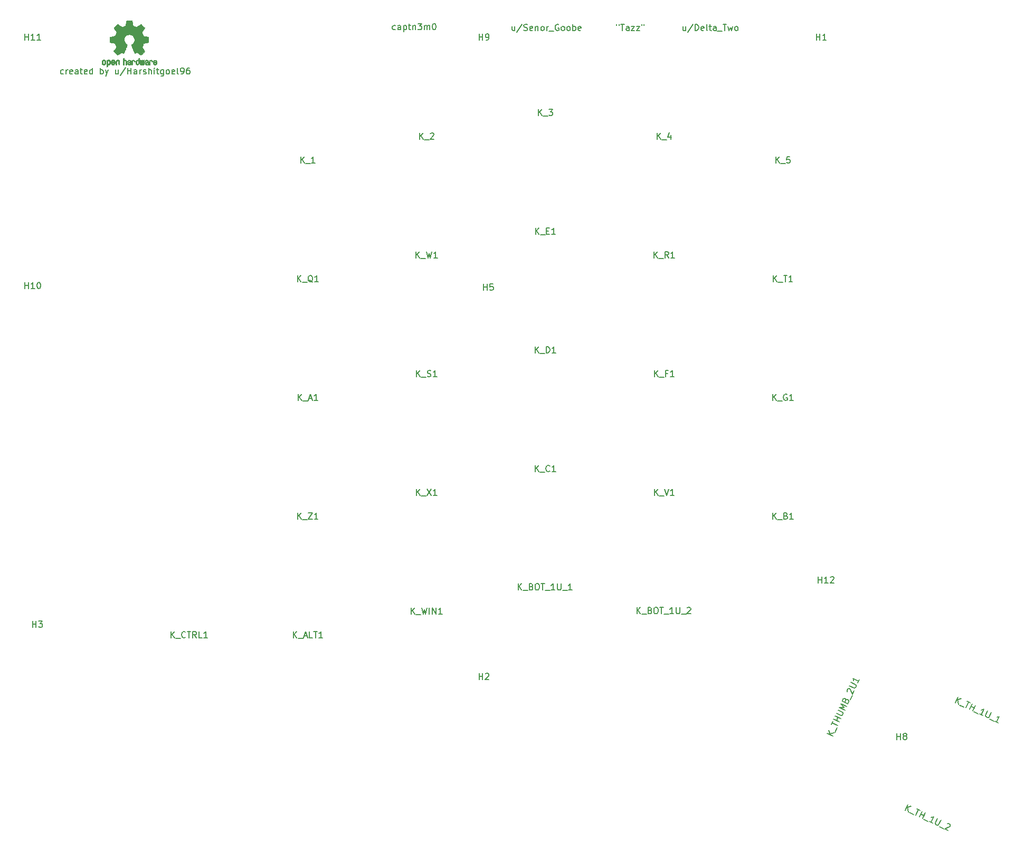
<source format=gbr>
G04 #@! TF.GenerationSoftware,KiCad,Pcbnew,(5.1.5)-3*
G04 #@! TF.CreationDate,2020-03-17T18:41:25+05:30*
G04 #@! TF.ProjectId,ergocape,6572676f-6361-4706-952e-6b696361645f,rev?*
G04 #@! TF.SameCoordinates,Original*
G04 #@! TF.FileFunction,Legend,Top*
G04 #@! TF.FilePolarity,Positive*
%FSLAX46Y46*%
G04 Gerber Fmt 4.6, Leading zero omitted, Abs format (unit mm)*
G04 Created by KiCad (PCBNEW (5.1.5)-3) date 2020-03-17 18:41:25*
%MOMM*%
%LPD*%
G04 APERTURE LIST*
%ADD10C,0.150000*%
%ADD11C,0.010000*%
G04 APERTURE END LIST*
D10*
X45086238Y-26439761D02*
X44991000Y-26487380D01*
X44800523Y-26487380D01*
X44705285Y-26439761D01*
X44657666Y-26392142D01*
X44610047Y-26296904D01*
X44610047Y-26011190D01*
X44657666Y-25915952D01*
X44705285Y-25868333D01*
X44800523Y-25820714D01*
X44991000Y-25820714D01*
X45086238Y-25868333D01*
X45514809Y-26487380D02*
X45514809Y-25820714D01*
X45514809Y-26011190D02*
X45562428Y-25915952D01*
X45610047Y-25868333D01*
X45705285Y-25820714D01*
X45800523Y-25820714D01*
X46514809Y-26439761D02*
X46419571Y-26487380D01*
X46229095Y-26487380D01*
X46133857Y-26439761D01*
X46086238Y-26344523D01*
X46086238Y-25963571D01*
X46133857Y-25868333D01*
X46229095Y-25820714D01*
X46419571Y-25820714D01*
X46514809Y-25868333D01*
X46562428Y-25963571D01*
X46562428Y-26058809D01*
X46086238Y-26154047D01*
X47419571Y-26487380D02*
X47419571Y-25963571D01*
X47371952Y-25868333D01*
X47276714Y-25820714D01*
X47086238Y-25820714D01*
X46991000Y-25868333D01*
X47419571Y-26439761D02*
X47324333Y-26487380D01*
X47086238Y-26487380D01*
X46991000Y-26439761D01*
X46943380Y-26344523D01*
X46943380Y-26249285D01*
X46991000Y-26154047D01*
X47086238Y-26106428D01*
X47324333Y-26106428D01*
X47419571Y-26058809D01*
X47752904Y-25820714D02*
X48133857Y-25820714D01*
X47895761Y-25487380D02*
X47895761Y-26344523D01*
X47943380Y-26439761D01*
X48038619Y-26487380D01*
X48133857Y-26487380D01*
X48848142Y-26439761D02*
X48752904Y-26487380D01*
X48562428Y-26487380D01*
X48467190Y-26439761D01*
X48419571Y-26344523D01*
X48419571Y-25963571D01*
X48467190Y-25868333D01*
X48562428Y-25820714D01*
X48752904Y-25820714D01*
X48848142Y-25868333D01*
X48895761Y-25963571D01*
X48895761Y-26058809D01*
X48419571Y-26154047D01*
X49752904Y-26487380D02*
X49752904Y-25487380D01*
X49752904Y-26439761D02*
X49657666Y-26487380D01*
X49467190Y-26487380D01*
X49371952Y-26439761D01*
X49324333Y-26392142D01*
X49276714Y-26296904D01*
X49276714Y-26011190D01*
X49324333Y-25915952D01*
X49371952Y-25868333D01*
X49467190Y-25820714D01*
X49657666Y-25820714D01*
X49752904Y-25868333D01*
X50991000Y-26487380D02*
X50991000Y-25487380D01*
X50991000Y-25868333D02*
X51086238Y-25820714D01*
X51276714Y-25820714D01*
X51371952Y-25868333D01*
X51419571Y-25915952D01*
X51467190Y-26011190D01*
X51467190Y-26296904D01*
X51419571Y-26392142D01*
X51371952Y-26439761D01*
X51276714Y-26487380D01*
X51086238Y-26487380D01*
X50991000Y-26439761D01*
X51800523Y-25820714D02*
X52038619Y-26487380D01*
X52276714Y-25820714D02*
X52038619Y-26487380D01*
X51943380Y-26725476D01*
X51895761Y-26773095D01*
X51800523Y-26820714D01*
X53848142Y-25820714D02*
X53848142Y-26487380D01*
X53419571Y-25820714D02*
X53419571Y-26344523D01*
X53467190Y-26439761D01*
X53562428Y-26487380D01*
X53705285Y-26487380D01*
X53800523Y-26439761D01*
X53848142Y-26392142D01*
X55038619Y-25439761D02*
X54181476Y-26725476D01*
X55371952Y-26487380D02*
X55371952Y-25487380D01*
X55371952Y-25963571D02*
X55943380Y-25963571D01*
X55943380Y-26487380D02*
X55943380Y-25487380D01*
X56848142Y-26487380D02*
X56848142Y-25963571D01*
X56800523Y-25868333D01*
X56705285Y-25820714D01*
X56514809Y-25820714D01*
X56419571Y-25868333D01*
X56848142Y-26439761D02*
X56752904Y-26487380D01*
X56514809Y-26487380D01*
X56419571Y-26439761D01*
X56371952Y-26344523D01*
X56371952Y-26249285D01*
X56419571Y-26154047D01*
X56514809Y-26106428D01*
X56752904Y-26106428D01*
X56848142Y-26058809D01*
X57324333Y-26487380D02*
X57324333Y-25820714D01*
X57324333Y-26011190D02*
X57371952Y-25915952D01*
X57419571Y-25868333D01*
X57514809Y-25820714D01*
X57610047Y-25820714D01*
X57895761Y-26439761D02*
X57990999Y-26487380D01*
X58181476Y-26487380D01*
X58276714Y-26439761D01*
X58324333Y-26344523D01*
X58324333Y-26296904D01*
X58276714Y-26201666D01*
X58181476Y-26154047D01*
X58038619Y-26154047D01*
X57943380Y-26106428D01*
X57895761Y-26011190D01*
X57895761Y-25963571D01*
X57943380Y-25868333D01*
X58038619Y-25820714D01*
X58181476Y-25820714D01*
X58276714Y-25868333D01*
X58752904Y-26487380D02*
X58752904Y-25487380D01*
X59181476Y-26487380D02*
X59181476Y-25963571D01*
X59133857Y-25868333D01*
X59038619Y-25820714D01*
X58895761Y-25820714D01*
X58800523Y-25868333D01*
X58752904Y-25915952D01*
X59657666Y-26487380D02*
X59657666Y-25820714D01*
X59657666Y-25487380D02*
X59610047Y-25535000D01*
X59657666Y-25582619D01*
X59705285Y-25535000D01*
X59657666Y-25487380D01*
X59657666Y-25582619D01*
X59990999Y-25820714D02*
X60371952Y-25820714D01*
X60133857Y-25487380D02*
X60133857Y-26344523D01*
X60181476Y-26439761D01*
X60276714Y-26487380D01*
X60371952Y-26487380D01*
X61133857Y-25820714D02*
X61133857Y-26630238D01*
X61086238Y-26725476D01*
X61038619Y-26773095D01*
X60943380Y-26820714D01*
X60800523Y-26820714D01*
X60705285Y-26773095D01*
X61133857Y-26439761D02*
X61038619Y-26487380D01*
X60848142Y-26487380D01*
X60752904Y-26439761D01*
X60705285Y-26392142D01*
X60657666Y-26296904D01*
X60657666Y-26011190D01*
X60705285Y-25915952D01*
X60752904Y-25868333D01*
X60848142Y-25820714D01*
X61038619Y-25820714D01*
X61133857Y-25868333D01*
X61752904Y-26487380D02*
X61657666Y-26439761D01*
X61610047Y-26392142D01*
X61562428Y-26296904D01*
X61562428Y-26011190D01*
X61610047Y-25915952D01*
X61657666Y-25868333D01*
X61752904Y-25820714D01*
X61895761Y-25820714D01*
X61990999Y-25868333D01*
X62038619Y-25915952D01*
X62086238Y-26011190D01*
X62086238Y-26296904D01*
X62038619Y-26392142D01*
X61990999Y-26439761D01*
X61895761Y-26487380D01*
X61752904Y-26487380D01*
X62895761Y-26439761D02*
X62800523Y-26487380D01*
X62610047Y-26487380D01*
X62514809Y-26439761D01*
X62467190Y-26344523D01*
X62467190Y-25963571D01*
X62514809Y-25868333D01*
X62610047Y-25820714D01*
X62800523Y-25820714D01*
X62895761Y-25868333D01*
X62943380Y-25963571D01*
X62943380Y-26058809D01*
X62467190Y-26154047D01*
X63514809Y-26487380D02*
X63419571Y-26439761D01*
X63371952Y-26344523D01*
X63371952Y-25487380D01*
X63943380Y-26487380D02*
X64133857Y-26487380D01*
X64229095Y-26439761D01*
X64276714Y-26392142D01*
X64371952Y-26249285D01*
X64419571Y-26058809D01*
X64419571Y-25677857D01*
X64371952Y-25582619D01*
X64324333Y-25535000D01*
X64229095Y-25487380D01*
X64038619Y-25487380D01*
X63943380Y-25535000D01*
X63895761Y-25582619D01*
X63848142Y-25677857D01*
X63848142Y-25915952D01*
X63895761Y-26011190D01*
X63943380Y-26058809D01*
X64038619Y-26106428D01*
X64229095Y-26106428D01*
X64324333Y-26058809D01*
X64371952Y-26011190D01*
X64419571Y-25915952D01*
X65276714Y-25487380D02*
X65086238Y-25487380D01*
X64990999Y-25535000D01*
X64943380Y-25582619D01*
X64848142Y-25725476D01*
X64800523Y-25915952D01*
X64800523Y-26296904D01*
X64848142Y-26392142D01*
X64895761Y-26439761D01*
X64990999Y-26487380D01*
X65181476Y-26487380D01*
X65276714Y-26439761D01*
X65324333Y-26392142D01*
X65371952Y-26296904D01*
X65371952Y-26058809D01*
X65324333Y-25963571D01*
X65276714Y-25915952D01*
X65181476Y-25868333D01*
X64990999Y-25868333D01*
X64895761Y-25915952D01*
X64848142Y-25963571D01*
X64800523Y-26058809D01*
X98322238Y-19327761D02*
X98227000Y-19375380D01*
X98036523Y-19375380D01*
X97941285Y-19327761D01*
X97893666Y-19280142D01*
X97846047Y-19184904D01*
X97846047Y-18899190D01*
X97893666Y-18803952D01*
X97941285Y-18756333D01*
X98036523Y-18708714D01*
X98227000Y-18708714D01*
X98322238Y-18756333D01*
X99179380Y-19375380D02*
X99179380Y-18851571D01*
X99131761Y-18756333D01*
X99036523Y-18708714D01*
X98846047Y-18708714D01*
X98750809Y-18756333D01*
X99179380Y-19327761D02*
X99084142Y-19375380D01*
X98846047Y-19375380D01*
X98750809Y-19327761D01*
X98703190Y-19232523D01*
X98703190Y-19137285D01*
X98750809Y-19042047D01*
X98846047Y-18994428D01*
X99084142Y-18994428D01*
X99179380Y-18946809D01*
X99655571Y-18708714D02*
X99655571Y-19708714D01*
X99655571Y-18756333D02*
X99750809Y-18708714D01*
X99941285Y-18708714D01*
X100036523Y-18756333D01*
X100084142Y-18803952D01*
X100131761Y-18899190D01*
X100131761Y-19184904D01*
X100084142Y-19280142D01*
X100036523Y-19327761D01*
X99941285Y-19375380D01*
X99750809Y-19375380D01*
X99655571Y-19327761D01*
X100417476Y-18708714D02*
X100798428Y-18708714D01*
X100560333Y-18375380D02*
X100560333Y-19232523D01*
X100607952Y-19327761D01*
X100703190Y-19375380D01*
X100798428Y-19375380D01*
X101131761Y-18708714D02*
X101131761Y-19375380D01*
X101131761Y-18803952D02*
X101179380Y-18756333D01*
X101274619Y-18708714D01*
X101417476Y-18708714D01*
X101512714Y-18756333D01*
X101560333Y-18851571D01*
X101560333Y-19375380D01*
X101941285Y-18375380D02*
X102560333Y-18375380D01*
X102227000Y-18756333D01*
X102369857Y-18756333D01*
X102465095Y-18803952D01*
X102512714Y-18851571D01*
X102560333Y-18946809D01*
X102560333Y-19184904D01*
X102512714Y-19280142D01*
X102465095Y-19327761D01*
X102369857Y-19375380D01*
X102084142Y-19375380D01*
X101988904Y-19327761D01*
X101941285Y-19280142D01*
X102988904Y-19375380D02*
X102988904Y-18708714D01*
X102988904Y-18803952D02*
X103036523Y-18756333D01*
X103131761Y-18708714D01*
X103274619Y-18708714D01*
X103369857Y-18756333D01*
X103417476Y-18851571D01*
X103417476Y-19375380D01*
X103417476Y-18851571D02*
X103465095Y-18756333D01*
X103560333Y-18708714D01*
X103703190Y-18708714D01*
X103798428Y-18756333D01*
X103846047Y-18851571D01*
X103846047Y-19375380D01*
X104512714Y-18375380D02*
X104607952Y-18375380D01*
X104703190Y-18423000D01*
X104750809Y-18470619D01*
X104798428Y-18565857D01*
X104846047Y-18756333D01*
X104846047Y-18994428D01*
X104798428Y-19184904D01*
X104750809Y-19280142D01*
X104703190Y-19327761D01*
X104607952Y-19375380D01*
X104512714Y-19375380D01*
X104417476Y-19327761D01*
X104369857Y-19280142D01*
X104322238Y-19184904D01*
X104274619Y-18994428D01*
X104274619Y-18756333D01*
X104322238Y-18565857D01*
X104369857Y-18470619D01*
X104417476Y-18423000D01*
X104512714Y-18375380D01*
X144867809Y-18835714D02*
X144867809Y-19502380D01*
X144439238Y-18835714D02*
X144439238Y-19359523D01*
X144486857Y-19454761D01*
X144582095Y-19502380D01*
X144724952Y-19502380D01*
X144820190Y-19454761D01*
X144867809Y-19407142D01*
X146058285Y-18454761D02*
X145201142Y-19740476D01*
X146391619Y-19502380D02*
X146391619Y-18502380D01*
X146629714Y-18502380D01*
X146772571Y-18550000D01*
X146867809Y-18645238D01*
X146915428Y-18740476D01*
X146963047Y-18930952D01*
X146963047Y-19073809D01*
X146915428Y-19264285D01*
X146867809Y-19359523D01*
X146772571Y-19454761D01*
X146629714Y-19502380D01*
X146391619Y-19502380D01*
X147772571Y-19454761D02*
X147677333Y-19502380D01*
X147486857Y-19502380D01*
X147391619Y-19454761D01*
X147344000Y-19359523D01*
X147344000Y-18978571D01*
X147391619Y-18883333D01*
X147486857Y-18835714D01*
X147677333Y-18835714D01*
X147772571Y-18883333D01*
X147820190Y-18978571D01*
X147820190Y-19073809D01*
X147344000Y-19169047D01*
X148391619Y-19502380D02*
X148296380Y-19454761D01*
X148248761Y-19359523D01*
X148248761Y-18502380D01*
X148629714Y-18835714D02*
X149010666Y-18835714D01*
X148772571Y-18502380D02*
X148772571Y-19359523D01*
X148820190Y-19454761D01*
X148915428Y-19502380D01*
X149010666Y-19502380D01*
X149772571Y-19502380D02*
X149772571Y-18978571D01*
X149724952Y-18883333D01*
X149629714Y-18835714D01*
X149439238Y-18835714D01*
X149344000Y-18883333D01*
X149772571Y-19454761D02*
X149677333Y-19502380D01*
X149439238Y-19502380D01*
X149344000Y-19454761D01*
X149296380Y-19359523D01*
X149296380Y-19264285D01*
X149344000Y-19169047D01*
X149439238Y-19121428D01*
X149677333Y-19121428D01*
X149772571Y-19073809D01*
X150010666Y-19597619D02*
X150772571Y-19597619D01*
X150867809Y-18502380D02*
X151439238Y-18502380D01*
X151153523Y-19502380D02*
X151153523Y-18502380D01*
X151677333Y-18835714D02*
X151867809Y-19502380D01*
X152058285Y-19026190D01*
X152248761Y-19502380D01*
X152439238Y-18835714D01*
X152963047Y-19502380D02*
X152867809Y-19454761D01*
X152820190Y-19407142D01*
X152772571Y-19311904D01*
X152772571Y-19026190D01*
X152820190Y-18930952D01*
X152867809Y-18883333D01*
X152963047Y-18835714D01*
X153105904Y-18835714D01*
X153201142Y-18883333D01*
X153248761Y-18930952D01*
X153296380Y-19026190D01*
X153296380Y-19311904D01*
X153248761Y-19407142D01*
X153201142Y-19454761D01*
X153105904Y-19502380D01*
X152963047Y-19502380D01*
X133802714Y-18502380D02*
X133802714Y-18692857D01*
X134183666Y-18502380D02*
X134183666Y-18692857D01*
X134469380Y-18502380D02*
X135040809Y-18502380D01*
X134755095Y-19502380D02*
X134755095Y-18502380D01*
X135802714Y-19502380D02*
X135802714Y-18978571D01*
X135755095Y-18883333D01*
X135659857Y-18835714D01*
X135469380Y-18835714D01*
X135374142Y-18883333D01*
X135802714Y-19454761D02*
X135707476Y-19502380D01*
X135469380Y-19502380D01*
X135374142Y-19454761D01*
X135326523Y-19359523D01*
X135326523Y-19264285D01*
X135374142Y-19169047D01*
X135469380Y-19121428D01*
X135707476Y-19121428D01*
X135802714Y-19073809D01*
X136183666Y-18835714D02*
X136707476Y-18835714D01*
X136183666Y-19502380D01*
X136707476Y-19502380D01*
X136993190Y-18835714D02*
X137517000Y-18835714D01*
X136993190Y-19502380D01*
X137517000Y-19502380D01*
X137850333Y-18502380D02*
X137850333Y-18692857D01*
X138231285Y-18502380D02*
X138231285Y-18692857D01*
X117459761Y-18835714D02*
X117459761Y-19502380D01*
X117031190Y-18835714D02*
X117031190Y-19359523D01*
X117078809Y-19454761D01*
X117174047Y-19502380D01*
X117316904Y-19502380D01*
X117412142Y-19454761D01*
X117459761Y-19407142D01*
X118650238Y-18454761D02*
X117793095Y-19740476D01*
X118935952Y-19454761D02*
X119078809Y-19502380D01*
X119316904Y-19502380D01*
X119412142Y-19454761D01*
X119459761Y-19407142D01*
X119507380Y-19311904D01*
X119507380Y-19216666D01*
X119459761Y-19121428D01*
X119412142Y-19073809D01*
X119316904Y-19026190D01*
X119126428Y-18978571D01*
X119031190Y-18930952D01*
X118983571Y-18883333D01*
X118935952Y-18788095D01*
X118935952Y-18692857D01*
X118983571Y-18597619D01*
X119031190Y-18550000D01*
X119126428Y-18502380D01*
X119364523Y-18502380D01*
X119507380Y-18550000D01*
X120316904Y-19454761D02*
X120221666Y-19502380D01*
X120031190Y-19502380D01*
X119935952Y-19454761D01*
X119888333Y-19359523D01*
X119888333Y-18978571D01*
X119935952Y-18883333D01*
X120031190Y-18835714D01*
X120221666Y-18835714D01*
X120316904Y-18883333D01*
X120364523Y-18978571D01*
X120364523Y-19073809D01*
X119888333Y-19169047D01*
X120793095Y-18835714D02*
X120793095Y-19502380D01*
X120793095Y-18930952D02*
X120840714Y-18883333D01*
X120935952Y-18835714D01*
X121078809Y-18835714D01*
X121174047Y-18883333D01*
X121221666Y-18978571D01*
X121221666Y-19502380D01*
X121840714Y-19502380D02*
X121745476Y-19454761D01*
X121697857Y-19407142D01*
X121650238Y-19311904D01*
X121650238Y-19026190D01*
X121697857Y-18930952D01*
X121745476Y-18883333D01*
X121840714Y-18835714D01*
X121983571Y-18835714D01*
X122078809Y-18883333D01*
X122126428Y-18930952D01*
X122174047Y-19026190D01*
X122174047Y-19311904D01*
X122126428Y-19407142D01*
X122078809Y-19454761D01*
X121983571Y-19502380D01*
X121840714Y-19502380D01*
X122602619Y-19502380D02*
X122602619Y-18835714D01*
X122602619Y-19026190D02*
X122650238Y-18930952D01*
X122697857Y-18883333D01*
X122793095Y-18835714D01*
X122888333Y-18835714D01*
X122983571Y-19597619D02*
X123745476Y-19597619D01*
X124507380Y-18550000D02*
X124412142Y-18502380D01*
X124269285Y-18502380D01*
X124126428Y-18550000D01*
X124031190Y-18645238D01*
X123983571Y-18740476D01*
X123935952Y-18930952D01*
X123935952Y-19073809D01*
X123983571Y-19264285D01*
X124031190Y-19359523D01*
X124126428Y-19454761D01*
X124269285Y-19502380D01*
X124364523Y-19502380D01*
X124507380Y-19454761D01*
X124555000Y-19407142D01*
X124555000Y-19073809D01*
X124364523Y-19073809D01*
X125126428Y-19502380D02*
X125031190Y-19454761D01*
X124983571Y-19407142D01*
X124935952Y-19311904D01*
X124935952Y-19026190D01*
X124983571Y-18930952D01*
X125031190Y-18883333D01*
X125126428Y-18835714D01*
X125269285Y-18835714D01*
X125364523Y-18883333D01*
X125412142Y-18930952D01*
X125459761Y-19026190D01*
X125459761Y-19311904D01*
X125412142Y-19407142D01*
X125364523Y-19454761D01*
X125269285Y-19502380D01*
X125126428Y-19502380D01*
X126031190Y-19502380D02*
X125935952Y-19454761D01*
X125888333Y-19407142D01*
X125840714Y-19311904D01*
X125840714Y-19026190D01*
X125888333Y-18930952D01*
X125935952Y-18883333D01*
X126031190Y-18835714D01*
X126174047Y-18835714D01*
X126269285Y-18883333D01*
X126316904Y-18930952D01*
X126364523Y-19026190D01*
X126364523Y-19311904D01*
X126316904Y-19407142D01*
X126269285Y-19454761D01*
X126174047Y-19502380D01*
X126031190Y-19502380D01*
X126793095Y-19502380D02*
X126793095Y-18502380D01*
X126793095Y-18883333D02*
X126888333Y-18835714D01*
X127078809Y-18835714D01*
X127174047Y-18883333D01*
X127221666Y-18930952D01*
X127269285Y-19026190D01*
X127269285Y-19311904D01*
X127221666Y-19407142D01*
X127174047Y-19454761D01*
X127078809Y-19502380D01*
X126888333Y-19502380D01*
X126793095Y-19454761D01*
X128078809Y-19454761D02*
X127983571Y-19502380D01*
X127793095Y-19502380D01*
X127697857Y-19454761D01*
X127650238Y-19359523D01*
X127650238Y-18978571D01*
X127697857Y-18883333D01*
X127793095Y-18835714D01*
X127983571Y-18835714D01*
X128078809Y-18883333D01*
X128126428Y-18978571D01*
X128126428Y-19073809D01*
X127650238Y-19169047D01*
D11*
G36*
X55765878Y-17877776D02*
G01*
X55871612Y-17878355D01*
X55948132Y-17879922D01*
X56000372Y-17882972D01*
X56033263Y-17887996D01*
X56051737Y-17895489D01*
X56060727Y-17905944D01*
X56065163Y-17919853D01*
X56065594Y-17921654D01*
X56072333Y-17954145D01*
X56084808Y-18018252D01*
X56101719Y-18107151D01*
X56121771Y-18214019D01*
X56143664Y-18332033D01*
X56144429Y-18336178D01*
X56166359Y-18451831D01*
X56186877Y-18554014D01*
X56204659Y-18636598D01*
X56218381Y-18693456D01*
X56226718Y-18718458D01*
X56227116Y-18718901D01*
X56251677Y-18731110D01*
X56302315Y-18751456D01*
X56368095Y-18775545D01*
X56368461Y-18775674D01*
X56451317Y-18806818D01*
X56549000Y-18846491D01*
X56641077Y-18886381D01*
X56645434Y-18888353D01*
X56795407Y-18956420D01*
X57127498Y-18729639D01*
X57229374Y-18660504D01*
X57321657Y-18598697D01*
X57399003Y-18547733D01*
X57456064Y-18511127D01*
X57487495Y-18492394D01*
X57490479Y-18491004D01*
X57513321Y-18497190D01*
X57555982Y-18527035D01*
X57620128Y-18581947D01*
X57707421Y-18663334D01*
X57796535Y-18749922D01*
X57882441Y-18835247D01*
X57959327Y-18913108D01*
X58022564Y-18978697D01*
X58067523Y-19027205D01*
X58089576Y-19053825D01*
X58090396Y-19055195D01*
X58092834Y-19073463D01*
X58083650Y-19103295D01*
X58060574Y-19148721D01*
X58021337Y-19213770D01*
X57963670Y-19302470D01*
X57886795Y-19416657D01*
X57818570Y-19517162D01*
X57757582Y-19607303D01*
X57707356Y-19681849D01*
X57671416Y-19735565D01*
X57653287Y-19763218D01*
X57652146Y-19765095D01*
X57654359Y-19791590D01*
X57671138Y-19843086D01*
X57699142Y-19909851D01*
X57709122Y-19931172D01*
X57752672Y-20026159D01*
X57799134Y-20133937D01*
X57836877Y-20227192D01*
X57864073Y-20296406D01*
X57885675Y-20349006D01*
X57898158Y-20376497D01*
X57899709Y-20378616D01*
X57922668Y-20382124D01*
X57976786Y-20391738D01*
X58054868Y-20406089D01*
X58149719Y-20423807D01*
X58254143Y-20443525D01*
X58360944Y-20463874D01*
X58462926Y-20483486D01*
X58552894Y-20500991D01*
X58623653Y-20515022D01*
X58668006Y-20524209D01*
X58678885Y-20526807D01*
X58690122Y-20533218D01*
X58698605Y-20547697D01*
X58704714Y-20575133D01*
X58708832Y-20620411D01*
X58711341Y-20688420D01*
X58712621Y-20784047D01*
X58713054Y-20912180D01*
X58713077Y-20964701D01*
X58713077Y-21391845D01*
X58610500Y-21412091D01*
X58553431Y-21423070D01*
X58468269Y-21439095D01*
X58365372Y-21458233D01*
X58255096Y-21478551D01*
X58224615Y-21484132D01*
X58122855Y-21503917D01*
X58034205Y-21523373D01*
X57966108Y-21540697D01*
X57926004Y-21554088D01*
X57919323Y-21558079D01*
X57902919Y-21586342D01*
X57879399Y-21641109D01*
X57853316Y-21711588D01*
X57848142Y-21726769D01*
X57813956Y-21820896D01*
X57771523Y-21927101D01*
X57729997Y-22022473D01*
X57729792Y-22022916D01*
X57660640Y-22172525D01*
X58115512Y-22841617D01*
X57823500Y-23134116D01*
X57735180Y-23221170D01*
X57654625Y-23297909D01*
X57586360Y-23360237D01*
X57534908Y-23404056D01*
X57504794Y-23425270D01*
X57500474Y-23426616D01*
X57475111Y-23416016D01*
X57423358Y-23386547D01*
X57350868Y-23341705D01*
X57263294Y-23284984D01*
X57168612Y-23221462D01*
X57072516Y-23156668D01*
X56986837Y-23100287D01*
X56917016Y-23055788D01*
X56868494Y-23026639D01*
X56846782Y-23016308D01*
X56820293Y-23025050D01*
X56770062Y-23048087D01*
X56706451Y-23080631D01*
X56699708Y-23084249D01*
X56614046Y-23127210D01*
X56555306Y-23148279D01*
X56518772Y-23148503D01*
X56499731Y-23128928D01*
X56499620Y-23128654D01*
X56490102Y-23105472D01*
X56467403Y-23050441D01*
X56433282Y-22967822D01*
X56389500Y-22861872D01*
X56337816Y-22736852D01*
X56279992Y-22597020D01*
X56223991Y-22461637D01*
X56162447Y-22312234D01*
X56105939Y-22173832D01*
X56056161Y-22050673D01*
X56014806Y-21947002D01*
X55983568Y-21867059D01*
X55964141Y-21815088D01*
X55958154Y-21795692D01*
X55973168Y-21773443D01*
X56012439Y-21737982D01*
X56064807Y-21698887D01*
X56213941Y-21575245D01*
X56330511Y-21433522D01*
X56413118Y-21276704D01*
X56460366Y-21107775D01*
X56470857Y-20929722D01*
X56463231Y-20847539D01*
X56421682Y-20677031D01*
X56350123Y-20526459D01*
X56252995Y-20397309D01*
X56134734Y-20291064D01*
X55999780Y-20209210D01*
X55852571Y-20153232D01*
X55697544Y-20124615D01*
X55539139Y-20124844D01*
X55381794Y-20155405D01*
X55229946Y-20217782D01*
X55088035Y-20313460D01*
X55028803Y-20367572D01*
X54915203Y-20506520D01*
X54836106Y-20658361D01*
X54790986Y-20818667D01*
X54779316Y-20983012D01*
X54800569Y-21146971D01*
X54854220Y-21306118D01*
X54939740Y-21456025D01*
X55056605Y-21592267D01*
X55187193Y-21698887D01*
X55241588Y-21739642D01*
X55280014Y-21774718D01*
X55293846Y-21795726D01*
X55286603Y-21818635D01*
X55266005Y-21873365D01*
X55233746Y-21955672D01*
X55191521Y-22061315D01*
X55141023Y-22186050D01*
X55083948Y-22325636D01*
X55027854Y-22461670D01*
X54965967Y-22611201D01*
X54908644Y-22749767D01*
X54857644Y-22873107D01*
X54814727Y-22976964D01*
X54781653Y-23057080D01*
X54760181Y-23109195D01*
X54752225Y-23128654D01*
X54733429Y-23148423D01*
X54697074Y-23148365D01*
X54638479Y-23127441D01*
X54552968Y-23084613D01*
X54552292Y-23084249D01*
X54487907Y-23051012D01*
X54435861Y-23026802D01*
X54406512Y-23016404D01*
X54405217Y-23016308D01*
X54383124Y-23026855D01*
X54334348Y-23056184D01*
X54264331Y-23100827D01*
X54178514Y-23157314D01*
X54083388Y-23221462D01*
X53986540Y-23286411D01*
X53899253Y-23342896D01*
X53827181Y-23387421D01*
X53775977Y-23416490D01*
X53751526Y-23426616D01*
X53729010Y-23413307D01*
X53683742Y-23376112D01*
X53620244Y-23319128D01*
X53543039Y-23246449D01*
X53456651Y-23162171D01*
X53428399Y-23134016D01*
X53136287Y-22841416D01*
X53358631Y-22515104D01*
X53426202Y-22414897D01*
X53485507Y-22324963D01*
X53533217Y-22250510D01*
X53566007Y-22196751D01*
X53580548Y-22168894D01*
X53580974Y-22166912D01*
X53573308Y-22140655D01*
X53552689Y-22087837D01*
X53522685Y-22017310D01*
X53501625Y-21970093D01*
X53462248Y-21879694D01*
X53425165Y-21788366D01*
X53396415Y-21711200D01*
X53388605Y-21687692D01*
X53366417Y-21624916D01*
X53344727Y-21576411D01*
X53332813Y-21558079D01*
X53306523Y-21546859D01*
X53249142Y-21530954D01*
X53168118Y-21512167D01*
X53070895Y-21492299D01*
X53027385Y-21484132D01*
X52916896Y-21463829D01*
X52810916Y-21444170D01*
X52719801Y-21427088D01*
X52653908Y-21414518D01*
X52641500Y-21412091D01*
X52538923Y-21391845D01*
X52538923Y-20964701D01*
X52539153Y-20824246D01*
X52540099Y-20717979D01*
X52542141Y-20641013D01*
X52545662Y-20588460D01*
X52551043Y-20555433D01*
X52558666Y-20537045D01*
X52568912Y-20528408D01*
X52573115Y-20526807D01*
X52598470Y-20521127D01*
X52654484Y-20509795D01*
X52733964Y-20494179D01*
X52829712Y-20475647D01*
X52934533Y-20455569D01*
X53041232Y-20435312D01*
X53142613Y-20416246D01*
X53231479Y-20399739D01*
X53300637Y-20387159D01*
X53342889Y-20379875D01*
X53352290Y-20378616D01*
X53360807Y-20361763D01*
X53379660Y-20316870D01*
X53405324Y-20252430D01*
X53415123Y-20227192D01*
X53454648Y-20129686D01*
X53501192Y-20021959D01*
X53542877Y-19931172D01*
X53573550Y-19861753D01*
X53593956Y-19804710D01*
X53600768Y-19769777D01*
X53599682Y-19765095D01*
X53585285Y-19742991D01*
X53552412Y-19693831D01*
X53504590Y-19622848D01*
X53445348Y-19535278D01*
X53378215Y-19436357D01*
X53364941Y-19416830D01*
X53287046Y-19301140D01*
X53229787Y-19213044D01*
X53190881Y-19148486D01*
X53168044Y-19103411D01*
X53158994Y-19073763D01*
X53161448Y-19055485D01*
X53161511Y-19055369D01*
X53180827Y-19031361D01*
X53223551Y-18984947D01*
X53285051Y-18920937D01*
X53360698Y-18844145D01*
X53445861Y-18759382D01*
X53455465Y-18749922D01*
X53562790Y-18645989D01*
X53645615Y-18569675D01*
X53705605Y-18519571D01*
X53744423Y-18494270D01*
X53761520Y-18491004D01*
X53786473Y-18505250D01*
X53838255Y-18538156D01*
X53911520Y-18586208D01*
X54000920Y-18645890D01*
X54101111Y-18713688D01*
X54124501Y-18729639D01*
X54456593Y-18956420D01*
X54606565Y-18888353D01*
X54697770Y-18848685D01*
X54795669Y-18808791D01*
X54879831Y-18776983D01*
X54883538Y-18775674D01*
X54949369Y-18751576D01*
X55000116Y-18731200D01*
X55024842Y-18718936D01*
X55024884Y-18718901D01*
X55032729Y-18696734D01*
X55046066Y-18642217D01*
X55063570Y-18561480D01*
X55083917Y-18460650D01*
X55105782Y-18345856D01*
X55107571Y-18336178D01*
X55129504Y-18217904D01*
X55149640Y-18110542D01*
X55166680Y-18020917D01*
X55179328Y-17955851D01*
X55186284Y-17922168D01*
X55186406Y-17921654D01*
X55190639Y-17907325D01*
X55198871Y-17896507D01*
X55216033Y-17888706D01*
X55247058Y-17883429D01*
X55296878Y-17880182D01*
X55370424Y-17878472D01*
X55472629Y-17877807D01*
X55608425Y-17877693D01*
X55626000Y-17877692D01*
X55765878Y-17877776D01*
G37*
X55765878Y-17877776D02*
X55871612Y-17878355D01*
X55948132Y-17879922D01*
X56000372Y-17882972D01*
X56033263Y-17887996D01*
X56051737Y-17895489D01*
X56060727Y-17905944D01*
X56065163Y-17919853D01*
X56065594Y-17921654D01*
X56072333Y-17954145D01*
X56084808Y-18018252D01*
X56101719Y-18107151D01*
X56121771Y-18214019D01*
X56143664Y-18332033D01*
X56144429Y-18336178D01*
X56166359Y-18451831D01*
X56186877Y-18554014D01*
X56204659Y-18636598D01*
X56218381Y-18693456D01*
X56226718Y-18718458D01*
X56227116Y-18718901D01*
X56251677Y-18731110D01*
X56302315Y-18751456D01*
X56368095Y-18775545D01*
X56368461Y-18775674D01*
X56451317Y-18806818D01*
X56549000Y-18846491D01*
X56641077Y-18886381D01*
X56645434Y-18888353D01*
X56795407Y-18956420D01*
X57127498Y-18729639D01*
X57229374Y-18660504D01*
X57321657Y-18598697D01*
X57399003Y-18547733D01*
X57456064Y-18511127D01*
X57487495Y-18492394D01*
X57490479Y-18491004D01*
X57513321Y-18497190D01*
X57555982Y-18527035D01*
X57620128Y-18581947D01*
X57707421Y-18663334D01*
X57796535Y-18749922D01*
X57882441Y-18835247D01*
X57959327Y-18913108D01*
X58022564Y-18978697D01*
X58067523Y-19027205D01*
X58089576Y-19053825D01*
X58090396Y-19055195D01*
X58092834Y-19073463D01*
X58083650Y-19103295D01*
X58060574Y-19148721D01*
X58021337Y-19213770D01*
X57963670Y-19302470D01*
X57886795Y-19416657D01*
X57818570Y-19517162D01*
X57757582Y-19607303D01*
X57707356Y-19681849D01*
X57671416Y-19735565D01*
X57653287Y-19763218D01*
X57652146Y-19765095D01*
X57654359Y-19791590D01*
X57671138Y-19843086D01*
X57699142Y-19909851D01*
X57709122Y-19931172D01*
X57752672Y-20026159D01*
X57799134Y-20133937D01*
X57836877Y-20227192D01*
X57864073Y-20296406D01*
X57885675Y-20349006D01*
X57898158Y-20376497D01*
X57899709Y-20378616D01*
X57922668Y-20382124D01*
X57976786Y-20391738D01*
X58054868Y-20406089D01*
X58149719Y-20423807D01*
X58254143Y-20443525D01*
X58360944Y-20463874D01*
X58462926Y-20483486D01*
X58552894Y-20500991D01*
X58623653Y-20515022D01*
X58668006Y-20524209D01*
X58678885Y-20526807D01*
X58690122Y-20533218D01*
X58698605Y-20547697D01*
X58704714Y-20575133D01*
X58708832Y-20620411D01*
X58711341Y-20688420D01*
X58712621Y-20784047D01*
X58713054Y-20912180D01*
X58713077Y-20964701D01*
X58713077Y-21391845D01*
X58610500Y-21412091D01*
X58553431Y-21423070D01*
X58468269Y-21439095D01*
X58365372Y-21458233D01*
X58255096Y-21478551D01*
X58224615Y-21484132D01*
X58122855Y-21503917D01*
X58034205Y-21523373D01*
X57966108Y-21540697D01*
X57926004Y-21554088D01*
X57919323Y-21558079D01*
X57902919Y-21586342D01*
X57879399Y-21641109D01*
X57853316Y-21711588D01*
X57848142Y-21726769D01*
X57813956Y-21820896D01*
X57771523Y-21927101D01*
X57729997Y-22022473D01*
X57729792Y-22022916D01*
X57660640Y-22172525D01*
X58115512Y-22841617D01*
X57823500Y-23134116D01*
X57735180Y-23221170D01*
X57654625Y-23297909D01*
X57586360Y-23360237D01*
X57534908Y-23404056D01*
X57504794Y-23425270D01*
X57500474Y-23426616D01*
X57475111Y-23416016D01*
X57423358Y-23386547D01*
X57350868Y-23341705D01*
X57263294Y-23284984D01*
X57168612Y-23221462D01*
X57072516Y-23156668D01*
X56986837Y-23100287D01*
X56917016Y-23055788D01*
X56868494Y-23026639D01*
X56846782Y-23016308D01*
X56820293Y-23025050D01*
X56770062Y-23048087D01*
X56706451Y-23080631D01*
X56699708Y-23084249D01*
X56614046Y-23127210D01*
X56555306Y-23148279D01*
X56518772Y-23148503D01*
X56499731Y-23128928D01*
X56499620Y-23128654D01*
X56490102Y-23105472D01*
X56467403Y-23050441D01*
X56433282Y-22967822D01*
X56389500Y-22861872D01*
X56337816Y-22736852D01*
X56279992Y-22597020D01*
X56223991Y-22461637D01*
X56162447Y-22312234D01*
X56105939Y-22173832D01*
X56056161Y-22050673D01*
X56014806Y-21947002D01*
X55983568Y-21867059D01*
X55964141Y-21815088D01*
X55958154Y-21795692D01*
X55973168Y-21773443D01*
X56012439Y-21737982D01*
X56064807Y-21698887D01*
X56213941Y-21575245D01*
X56330511Y-21433522D01*
X56413118Y-21276704D01*
X56460366Y-21107775D01*
X56470857Y-20929722D01*
X56463231Y-20847539D01*
X56421682Y-20677031D01*
X56350123Y-20526459D01*
X56252995Y-20397309D01*
X56134734Y-20291064D01*
X55999780Y-20209210D01*
X55852571Y-20153232D01*
X55697544Y-20124615D01*
X55539139Y-20124844D01*
X55381794Y-20155405D01*
X55229946Y-20217782D01*
X55088035Y-20313460D01*
X55028803Y-20367572D01*
X54915203Y-20506520D01*
X54836106Y-20658361D01*
X54790986Y-20818667D01*
X54779316Y-20983012D01*
X54800569Y-21146971D01*
X54854220Y-21306118D01*
X54939740Y-21456025D01*
X55056605Y-21592267D01*
X55187193Y-21698887D01*
X55241588Y-21739642D01*
X55280014Y-21774718D01*
X55293846Y-21795726D01*
X55286603Y-21818635D01*
X55266005Y-21873365D01*
X55233746Y-21955672D01*
X55191521Y-22061315D01*
X55141023Y-22186050D01*
X55083948Y-22325636D01*
X55027854Y-22461670D01*
X54965967Y-22611201D01*
X54908644Y-22749767D01*
X54857644Y-22873107D01*
X54814727Y-22976964D01*
X54781653Y-23057080D01*
X54760181Y-23109195D01*
X54752225Y-23128654D01*
X54733429Y-23148423D01*
X54697074Y-23148365D01*
X54638479Y-23127441D01*
X54552968Y-23084613D01*
X54552292Y-23084249D01*
X54487907Y-23051012D01*
X54435861Y-23026802D01*
X54406512Y-23016404D01*
X54405217Y-23016308D01*
X54383124Y-23026855D01*
X54334348Y-23056184D01*
X54264331Y-23100827D01*
X54178514Y-23157314D01*
X54083388Y-23221462D01*
X53986540Y-23286411D01*
X53899253Y-23342896D01*
X53827181Y-23387421D01*
X53775977Y-23416490D01*
X53751526Y-23426616D01*
X53729010Y-23413307D01*
X53683742Y-23376112D01*
X53620244Y-23319128D01*
X53543039Y-23246449D01*
X53456651Y-23162171D01*
X53428399Y-23134016D01*
X53136287Y-22841416D01*
X53358631Y-22515104D01*
X53426202Y-22414897D01*
X53485507Y-22324963D01*
X53533217Y-22250510D01*
X53566007Y-22196751D01*
X53580548Y-22168894D01*
X53580974Y-22166912D01*
X53573308Y-22140655D01*
X53552689Y-22087837D01*
X53522685Y-22017310D01*
X53501625Y-21970093D01*
X53462248Y-21879694D01*
X53425165Y-21788366D01*
X53396415Y-21711200D01*
X53388605Y-21687692D01*
X53366417Y-21624916D01*
X53344727Y-21576411D01*
X53332813Y-21558079D01*
X53306523Y-21546859D01*
X53249142Y-21530954D01*
X53168118Y-21512167D01*
X53070895Y-21492299D01*
X53027385Y-21484132D01*
X52916896Y-21463829D01*
X52810916Y-21444170D01*
X52719801Y-21427088D01*
X52653908Y-21414518D01*
X52641500Y-21412091D01*
X52538923Y-21391845D01*
X52538923Y-20964701D01*
X52539153Y-20824246D01*
X52540099Y-20717979D01*
X52542141Y-20641013D01*
X52545662Y-20588460D01*
X52551043Y-20555433D01*
X52558666Y-20537045D01*
X52568912Y-20528408D01*
X52573115Y-20526807D01*
X52598470Y-20521127D01*
X52654484Y-20509795D01*
X52733964Y-20494179D01*
X52829712Y-20475647D01*
X52934533Y-20455569D01*
X53041232Y-20435312D01*
X53142613Y-20416246D01*
X53231479Y-20399739D01*
X53300637Y-20387159D01*
X53342889Y-20379875D01*
X53352290Y-20378616D01*
X53360807Y-20361763D01*
X53379660Y-20316870D01*
X53405324Y-20252430D01*
X53415123Y-20227192D01*
X53454648Y-20129686D01*
X53501192Y-20021959D01*
X53542877Y-19931172D01*
X53573550Y-19861753D01*
X53593956Y-19804710D01*
X53600768Y-19769777D01*
X53599682Y-19765095D01*
X53585285Y-19742991D01*
X53552412Y-19693831D01*
X53504590Y-19622848D01*
X53445348Y-19535278D01*
X53378215Y-19436357D01*
X53364941Y-19416830D01*
X53287046Y-19301140D01*
X53229787Y-19213044D01*
X53190881Y-19148486D01*
X53168044Y-19103411D01*
X53158994Y-19073763D01*
X53161448Y-19055485D01*
X53161511Y-19055369D01*
X53180827Y-19031361D01*
X53223551Y-18984947D01*
X53285051Y-18920937D01*
X53360698Y-18844145D01*
X53445861Y-18759382D01*
X53455465Y-18749922D01*
X53562790Y-18645989D01*
X53645615Y-18569675D01*
X53705605Y-18519571D01*
X53744423Y-18494270D01*
X53761520Y-18491004D01*
X53786473Y-18505250D01*
X53838255Y-18538156D01*
X53911520Y-18586208D01*
X54000920Y-18645890D01*
X54101111Y-18713688D01*
X54124501Y-18729639D01*
X54456593Y-18956420D01*
X54606565Y-18888353D01*
X54697770Y-18848685D01*
X54795669Y-18808791D01*
X54879831Y-18776983D01*
X54883538Y-18775674D01*
X54949369Y-18751576D01*
X55000116Y-18731200D01*
X55024842Y-18718936D01*
X55024884Y-18718901D01*
X55032729Y-18696734D01*
X55046066Y-18642217D01*
X55063570Y-18561480D01*
X55083917Y-18460650D01*
X55105782Y-18345856D01*
X55107571Y-18336178D01*
X55129504Y-18217904D01*
X55149640Y-18110542D01*
X55166680Y-18020917D01*
X55179328Y-17955851D01*
X55186284Y-17922168D01*
X55186406Y-17921654D01*
X55190639Y-17907325D01*
X55198871Y-17896507D01*
X55216033Y-17888706D01*
X55247058Y-17883429D01*
X55296878Y-17880182D01*
X55370424Y-17878472D01*
X55472629Y-17877807D01*
X55608425Y-17877693D01*
X55626000Y-17877692D01*
X55765878Y-17877776D01*
G36*
X59871224Y-24237838D02*
G01*
X59948528Y-24288361D01*
X59985814Y-24333590D01*
X60015353Y-24415663D01*
X60017699Y-24480607D01*
X60012385Y-24567445D01*
X59812115Y-24655103D01*
X59714739Y-24699887D01*
X59651113Y-24735913D01*
X59618029Y-24767117D01*
X59612280Y-24797436D01*
X59630658Y-24830805D01*
X59650923Y-24852923D01*
X59709889Y-24888393D01*
X59774024Y-24890879D01*
X59832926Y-24863235D01*
X59876197Y-24808320D01*
X59883936Y-24788928D01*
X59921006Y-24728364D01*
X59963654Y-24702552D01*
X60022154Y-24680471D01*
X60022154Y-24764184D01*
X60016982Y-24821150D01*
X59996723Y-24869189D01*
X59954262Y-24924346D01*
X59947951Y-24931514D01*
X59900720Y-24980585D01*
X59860121Y-25006920D01*
X59809328Y-25019035D01*
X59767220Y-25023003D01*
X59691902Y-25023991D01*
X59638286Y-25011466D01*
X59604838Y-24992869D01*
X59552268Y-24951975D01*
X59515879Y-24907748D01*
X59492850Y-24852126D01*
X59480359Y-24777047D01*
X59475587Y-24674449D01*
X59475206Y-24622376D01*
X59476501Y-24559948D01*
X59594471Y-24559948D01*
X59595839Y-24593438D01*
X59599249Y-24598923D01*
X59621753Y-24591472D01*
X59670182Y-24571753D01*
X59734908Y-24543718D01*
X59748443Y-24537692D01*
X59830244Y-24496096D01*
X59875312Y-24459538D01*
X59885217Y-24425296D01*
X59861526Y-24390648D01*
X59841960Y-24375339D01*
X59771360Y-24344721D01*
X59705280Y-24349780D01*
X59649959Y-24387151D01*
X59611636Y-24453473D01*
X59599349Y-24506116D01*
X59594471Y-24559948D01*
X59476501Y-24559948D01*
X59477730Y-24500720D01*
X59487032Y-24410710D01*
X59505460Y-24345167D01*
X59535360Y-24296912D01*
X59579080Y-24258767D01*
X59598141Y-24246440D01*
X59684726Y-24214336D01*
X59779522Y-24212316D01*
X59871224Y-24237838D01*
G37*
X59871224Y-24237838D02*
X59948528Y-24288361D01*
X59985814Y-24333590D01*
X60015353Y-24415663D01*
X60017699Y-24480607D01*
X60012385Y-24567445D01*
X59812115Y-24655103D01*
X59714739Y-24699887D01*
X59651113Y-24735913D01*
X59618029Y-24767117D01*
X59612280Y-24797436D01*
X59630658Y-24830805D01*
X59650923Y-24852923D01*
X59709889Y-24888393D01*
X59774024Y-24890879D01*
X59832926Y-24863235D01*
X59876197Y-24808320D01*
X59883936Y-24788928D01*
X59921006Y-24728364D01*
X59963654Y-24702552D01*
X60022154Y-24680471D01*
X60022154Y-24764184D01*
X60016982Y-24821150D01*
X59996723Y-24869189D01*
X59954262Y-24924346D01*
X59947951Y-24931514D01*
X59900720Y-24980585D01*
X59860121Y-25006920D01*
X59809328Y-25019035D01*
X59767220Y-25023003D01*
X59691902Y-25023991D01*
X59638286Y-25011466D01*
X59604838Y-24992869D01*
X59552268Y-24951975D01*
X59515879Y-24907748D01*
X59492850Y-24852126D01*
X59480359Y-24777047D01*
X59475587Y-24674449D01*
X59475206Y-24622376D01*
X59476501Y-24559948D01*
X59594471Y-24559948D01*
X59595839Y-24593438D01*
X59599249Y-24598923D01*
X59621753Y-24591472D01*
X59670182Y-24571753D01*
X59734908Y-24543718D01*
X59748443Y-24537692D01*
X59830244Y-24496096D01*
X59875312Y-24459538D01*
X59885217Y-24425296D01*
X59861526Y-24390648D01*
X59841960Y-24375339D01*
X59771360Y-24344721D01*
X59705280Y-24349780D01*
X59649959Y-24387151D01*
X59611636Y-24453473D01*
X59599349Y-24506116D01*
X59594471Y-24559948D01*
X59476501Y-24559948D01*
X59477730Y-24500720D01*
X59487032Y-24410710D01*
X59505460Y-24345167D01*
X59535360Y-24296912D01*
X59579080Y-24258767D01*
X59598141Y-24246440D01*
X59684726Y-24214336D01*
X59779522Y-24212316D01*
X59871224Y-24237838D01*
G36*
X59196807Y-24226782D02*
G01*
X59220161Y-24236988D01*
X59275902Y-24281134D01*
X59323569Y-24344967D01*
X59353048Y-24413087D01*
X59357846Y-24446670D01*
X59341760Y-24493556D01*
X59306475Y-24518365D01*
X59268644Y-24533387D01*
X59251321Y-24536155D01*
X59242886Y-24516066D01*
X59226230Y-24472351D01*
X59218923Y-24452598D01*
X59177948Y-24384271D01*
X59118622Y-24350191D01*
X59042552Y-24351239D01*
X59036918Y-24352581D01*
X58996305Y-24371836D01*
X58966448Y-24409375D01*
X58946055Y-24469809D01*
X58933836Y-24557751D01*
X58928500Y-24677813D01*
X58928000Y-24741698D01*
X58927752Y-24842403D01*
X58926126Y-24911054D01*
X58921801Y-24954673D01*
X58913454Y-24980282D01*
X58899765Y-24994903D01*
X58879411Y-25005558D01*
X58878234Y-25006095D01*
X58839038Y-25022667D01*
X58819619Y-25028769D01*
X58816635Y-25010319D01*
X58814081Y-24959323D01*
X58812140Y-24882308D01*
X58810997Y-24785805D01*
X58810769Y-24715184D01*
X58811932Y-24578525D01*
X58816479Y-24474851D01*
X58825999Y-24398108D01*
X58842081Y-24342246D01*
X58866313Y-24301212D01*
X58900286Y-24268954D01*
X58933833Y-24246440D01*
X59014499Y-24216476D01*
X59108381Y-24209718D01*
X59196807Y-24226782D01*
G37*
X59196807Y-24226782D02*
X59220161Y-24236988D01*
X59275902Y-24281134D01*
X59323569Y-24344967D01*
X59353048Y-24413087D01*
X59357846Y-24446670D01*
X59341760Y-24493556D01*
X59306475Y-24518365D01*
X59268644Y-24533387D01*
X59251321Y-24536155D01*
X59242886Y-24516066D01*
X59226230Y-24472351D01*
X59218923Y-24452598D01*
X59177948Y-24384271D01*
X59118622Y-24350191D01*
X59042552Y-24351239D01*
X59036918Y-24352581D01*
X58996305Y-24371836D01*
X58966448Y-24409375D01*
X58946055Y-24469809D01*
X58933836Y-24557751D01*
X58928500Y-24677813D01*
X58928000Y-24741698D01*
X58927752Y-24842403D01*
X58926126Y-24911054D01*
X58921801Y-24954673D01*
X58913454Y-24980282D01*
X58899765Y-24994903D01*
X58879411Y-25005558D01*
X58878234Y-25006095D01*
X58839038Y-25022667D01*
X58819619Y-25028769D01*
X58816635Y-25010319D01*
X58814081Y-24959323D01*
X58812140Y-24882308D01*
X58810997Y-24785805D01*
X58810769Y-24715184D01*
X58811932Y-24578525D01*
X58816479Y-24474851D01*
X58825999Y-24398108D01*
X58842081Y-24342246D01*
X58866313Y-24301212D01*
X58900286Y-24268954D01*
X58933833Y-24246440D01*
X59014499Y-24216476D01*
X59108381Y-24209718D01*
X59196807Y-24226782D01*
G36*
X58513333Y-24223528D02*
G01*
X58569590Y-24249117D01*
X58613747Y-24280124D01*
X58646101Y-24314795D01*
X58668438Y-24359520D01*
X58682546Y-24420692D01*
X58690211Y-24504701D01*
X58693220Y-24617940D01*
X58693538Y-24692509D01*
X58693538Y-24983420D01*
X58643773Y-25006095D01*
X58604576Y-25022667D01*
X58585157Y-25028769D01*
X58581442Y-25010610D01*
X58578495Y-24961648D01*
X58576691Y-24890153D01*
X58576308Y-24833385D01*
X58574661Y-24751371D01*
X58570222Y-24686309D01*
X58563740Y-24646467D01*
X58558590Y-24638000D01*
X58523977Y-24646646D01*
X58469640Y-24668823D01*
X58406722Y-24698886D01*
X58346368Y-24731192D01*
X58299721Y-24760098D01*
X58277926Y-24779961D01*
X58277839Y-24780175D01*
X58279714Y-24816935D01*
X58296525Y-24852026D01*
X58326039Y-24880528D01*
X58369116Y-24890061D01*
X58405932Y-24888950D01*
X58458074Y-24888133D01*
X58485444Y-24900349D01*
X58501882Y-24932624D01*
X58503955Y-24938710D01*
X58511081Y-24984739D01*
X58492024Y-25012687D01*
X58442353Y-25026007D01*
X58388697Y-25028470D01*
X58292142Y-25010210D01*
X58242159Y-24984131D01*
X58180429Y-24922868D01*
X58147690Y-24847670D01*
X58144753Y-24768211D01*
X58172424Y-24694167D01*
X58214047Y-24647769D01*
X58255604Y-24621793D01*
X58320922Y-24588907D01*
X58397038Y-24555557D01*
X58409726Y-24550461D01*
X58493333Y-24513565D01*
X58541530Y-24481046D01*
X58557030Y-24448718D01*
X58542550Y-24412394D01*
X58517692Y-24384000D01*
X58458939Y-24349039D01*
X58394293Y-24346417D01*
X58335008Y-24373358D01*
X58292339Y-24427088D01*
X58286739Y-24440950D01*
X58254133Y-24491936D01*
X58206530Y-24529787D01*
X58146461Y-24560850D01*
X58146461Y-24472768D01*
X58149997Y-24418951D01*
X58165156Y-24376534D01*
X58198768Y-24331279D01*
X58231035Y-24296420D01*
X58281209Y-24247062D01*
X58320193Y-24220547D01*
X58362064Y-24209911D01*
X58409460Y-24208154D01*
X58513333Y-24223528D01*
G37*
X58513333Y-24223528D02*
X58569590Y-24249117D01*
X58613747Y-24280124D01*
X58646101Y-24314795D01*
X58668438Y-24359520D01*
X58682546Y-24420692D01*
X58690211Y-24504701D01*
X58693220Y-24617940D01*
X58693538Y-24692509D01*
X58693538Y-24983420D01*
X58643773Y-25006095D01*
X58604576Y-25022667D01*
X58585157Y-25028769D01*
X58581442Y-25010610D01*
X58578495Y-24961648D01*
X58576691Y-24890153D01*
X58576308Y-24833385D01*
X58574661Y-24751371D01*
X58570222Y-24686309D01*
X58563740Y-24646467D01*
X58558590Y-24638000D01*
X58523977Y-24646646D01*
X58469640Y-24668823D01*
X58406722Y-24698886D01*
X58346368Y-24731192D01*
X58299721Y-24760098D01*
X58277926Y-24779961D01*
X58277839Y-24780175D01*
X58279714Y-24816935D01*
X58296525Y-24852026D01*
X58326039Y-24880528D01*
X58369116Y-24890061D01*
X58405932Y-24888950D01*
X58458074Y-24888133D01*
X58485444Y-24900349D01*
X58501882Y-24932624D01*
X58503955Y-24938710D01*
X58511081Y-24984739D01*
X58492024Y-25012687D01*
X58442353Y-25026007D01*
X58388697Y-25028470D01*
X58292142Y-25010210D01*
X58242159Y-24984131D01*
X58180429Y-24922868D01*
X58147690Y-24847670D01*
X58144753Y-24768211D01*
X58172424Y-24694167D01*
X58214047Y-24647769D01*
X58255604Y-24621793D01*
X58320922Y-24588907D01*
X58397038Y-24555557D01*
X58409726Y-24550461D01*
X58493333Y-24513565D01*
X58541530Y-24481046D01*
X58557030Y-24448718D01*
X58542550Y-24412394D01*
X58517692Y-24384000D01*
X58458939Y-24349039D01*
X58394293Y-24346417D01*
X58335008Y-24373358D01*
X58292339Y-24427088D01*
X58286739Y-24440950D01*
X58254133Y-24491936D01*
X58206530Y-24529787D01*
X58146461Y-24560850D01*
X58146461Y-24472768D01*
X58149997Y-24418951D01*
X58165156Y-24376534D01*
X58198768Y-24331279D01*
X58231035Y-24296420D01*
X58281209Y-24247062D01*
X58320193Y-24220547D01*
X58362064Y-24209911D01*
X58409460Y-24208154D01*
X58513333Y-24223528D01*
G36*
X58021929Y-24226662D02*
G01*
X58024911Y-24278068D01*
X58027247Y-24356192D01*
X58028749Y-24454857D01*
X58029231Y-24558343D01*
X58029231Y-24908533D01*
X57967401Y-24970363D01*
X57924793Y-25008462D01*
X57887390Y-25023895D01*
X57836270Y-25022918D01*
X57815978Y-25020433D01*
X57752554Y-25013200D01*
X57700095Y-25009055D01*
X57687308Y-25008672D01*
X57644199Y-25011176D01*
X57582544Y-25017462D01*
X57558638Y-25020433D01*
X57499922Y-25025028D01*
X57460464Y-25015046D01*
X57421338Y-24984228D01*
X57407215Y-24970363D01*
X57345385Y-24908533D01*
X57345385Y-24253503D01*
X57395150Y-24230829D01*
X57438002Y-24214034D01*
X57463073Y-24208154D01*
X57469501Y-24226736D01*
X57475509Y-24278655D01*
X57480697Y-24358172D01*
X57484664Y-24459546D01*
X57486577Y-24545192D01*
X57491923Y-24882231D01*
X57538560Y-24888825D01*
X57580976Y-24884214D01*
X57601760Y-24869287D01*
X57607570Y-24841377D01*
X57612530Y-24781925D01*
X57616246Y-24698466D01*
X57618324Y-24598532D01*
X57618624Y-24547104D01*
X57618923Y-24251054D01*
X57680454Y-24229604D01*
X57724004Y-24215020D01*
X57747694Y-24208219D01*
X57748377Y-24208154D01*
X57750754Y-24226642D01*
X57753366Y-24277906D01*
X57755995Y-24355649D01*
X57758421Y-24453574D01*
X57760115Y-24545192D01*
X57765461Y-24882231D01*
X57882692Y-24882231D01*
X57888072Y-24574746D01*
X57893451Y-24267261D01*
X57950601Y-24237707D01*
X57992797Y-24217413D01*
X58017770Y-24208204D01*
X58018491Y-24208154D01*
X58021929Y-24226662D01*
G37*
X58021929Y-24226662D02*
X58024911Y-24278068D01*
X58027247Y-24356192D01*
X58028749Y-24454857D01*
X58029231Y-24558343D01*
X58029231Y-24908533D01*
X57967401Y-24970363D01*
X57924793Y-25008462D01*
X57887390Y-25023895D01*
X57836270Y-25022918D01*
X57815978Y-25020433D01*
X57752554Y-25013200D01*
X57700095Y-25009055D01*
X57687308Y-25008672D01*
X57644199Y-25011176D01*
X57582544Y-25017462D01*
X57558638Y-25020433D01*
X57499922Y-25025028D01*
X57460464Y-25015046D01*
X57421338Y-24984228D01*
X57407215Y-24970363D01*
X57345385Y-24908533D01*
X57345385Y-24253503D01*
X57395150Y-24230829D01*
X57438002Y-24214034D01*
X57463073Y-24208154D01*
X57469501Y-24226736D01*
X57475509Y-24278655D01*
X57480697Y-24358172D01*
X57484664Y-24459546D01*
X57486577Y-24545192D01*
X57491923Y-24882231D01*
X57538560Y-24888825D01*
X57580976Y-24884214D01*
X57601760Y-24869287D01*
X57607570Y-24841377D01*
X57612530Y-24781925D01*
X57616246Y-24698466D01*
X57618324Y-24598532D01*
X57618624Y-24547104D01*
X57618923Y-24251054D01*
X57680454Y-24229604D01*
X57724004Y-24215020D01*
X57747694Y-24208219D01*
X57748377Y-24208154D01*
X57750754Y-24226642D01*
X57753366Y-24277906D01*
X57755995Y-24355649D01*
X57758421Y-24453574D01*
X57760115Y-24545192D01*
X57765461Y-24882231D01*
X57882692Y-24882231D01*
X57888072Y-24574746D01*
X57893451Y-24267261D01*
X57950601Y-24237707D01*
X57992797Y-24217413D01*
X58017770Y-24208204D01*
X58018491Y-24208154D01*
X58021929Y-24226662D01*
G36*
X57228081Y-24370289D02*
G01*
X57227833Y-24516320D01*
X57226872Y-24628655D01*
X57224794Y-24712678D01*
X57221193Y-24773769D01*
X57215665Y-24817309D01*
X57207804Y-24848679D01*
X57197207Y-24873262D01*
X57189182Y-24887294D01*
X57122728Y-24963388D01*
X57038470Y-25011084D01*
X56945249Y-25028199D01*
X56851900Y-25012546D01*
X56796312Y-24984418D01*
X56737957Y-24935760D01*
X56698186Y-24876333D01*
X56674190Y-24798507D01*
X56663161Y-24694652D01*
X56661599Y-24618462D01*
X56661809Y-24612986D01*
X56798308Y-24612986D01*
X56799141Y-24700355D01*
X56802961Y-24758192D01*
X56811746Y-24796029D01*
X56827474Y-24823398D01*
X56846266Y-24844042D01*
X56909375Y-24883890D01*
X56977137Y-24887295D01*
X57041179Y-24854025D01*
X57046164Y-24849517D01*
X57067439Y-24826067D01*
X57080779Y-24798166D01*
X57088001Y-24756641D01*
X57090923Y-24692316D01*
X57091385Y-24621200D01*
X57090383Y-24531858D01*
X57086238Y-24472258D01*
X57077236Y-24433089D01*
X57061667Y-24405040D01*
X57048902Y-24390144D01*
X56989600Y-24352575D01*
X56921301Y-24348057D01*
X56856110Y-24376753D01*
X56843528Y-24387406D01*
X56822111Y-24411063D01*
X56808744Y-24439251D01*
X56801566Y-24481245D01*
X56798719Y-24546319D01*
X56798308Y-24612986D01*
X56661809Y-24612986D01*
X56666322Y-24495765D01*
X56682362Y-24403577D01*
X56712528Y-24334269D01*
X56759629Y-24280211D01*
X56796312Y-24252505D01*
X56862990Y-24222572D01*
X56940272Y-24208678D01*
X57012110Y-24212397D01*
X57052308Y-24227400D01*
X57068082Y-24231670D01*
X57078550Y-24215750D01*
X57085856Y-24173089D01*
X57091385Y-24108106D01*
X57097437Y-24035732D01*
X57105844Y-23992187D01*
X57121141Y-23967287D01*
X57147864Y-23950845D01*
X57164654Y-23943564D01*
X57228154Y-23916963D01*
X57228081Y-24370289D01*
G37*
X57228081Y-24370289D02*
X57227833Y-24516320D01*
X57226872Y-24628655D01*
X57224794Y-24712678D01*
X57221193Y-24773769D01*
X57215665Y-24817309D01*
X57207804Y-24848679D01*
X57197207Y-24873262D01*
X57189182Y-24887294D01*
X57122728Y-24963388D01*
X57038470Y-25011084D01*
X56945249Y-25028199D01*
X56851900Y-25012546D01*
X56796312Y-24984418D01*
X56737957Y-24935760D01*
X56698186Y-24876333D01*
X56674190Y-24798507D01*
X56663161Y-24694652D01*
X56661599Y-24618462D01*
X56661809Y-24612986D01*
X56798308Y-24612986D01*
X56799141Y-24700355D01*
X56802961Y-24758192D01*
X56811746Y-24796029D01*
X56827474Y-24823398D01*
X56846266Y-24844042D01*
X56909375Y-24883890D01*
X56977137Y-24887295D01*
X57041179Y-24854025D01*
X57046164Y-24849517D01*
X57067439Y-24826067D01*
X57080779Y-24798166D01*
X57088001Y-24756641D01*
X57090923Y-24692316D01*
X57091385Y-24621200D01*
X57090383Y-24531858D01*
X57086238Y-24472258D01*
X57077236Y-24433089D01*
X57061667Y-24405040D01*
X57048902Y-24390144D01*
X56989600Y-24352575D01*
X56921301Y-24348057D01*
X56856110Y-24376753D01*
X56843528Y-24387406D01*
X56822111Y-24411063D01*
X56808744Y-24439251D01*
X56801566Y-24481245D01*
X56798719Y-24546319D01*
X56798308Y-24612986D01*
X56661809Y-24612986D01*
X56666322Y-24495765D01*
X56682362Y-24403577D01*
X56712528Y-24334269D01*
X56759629Y-24280211D01*
X56796312Y-24252505D01*
X56862990Y-24222572D01*
X56940272Y-24208678D01*
X57012110Y-24212397D01*
X57052308Y-24227400D01*
X57068082Y-24231670D01*
X57078550Y-24215750D01*
X57085856Y-24173089D01*
X57091385Y-24108106D01*
X57097437Y-24035732D01*
X57105844Y-23992187D01*
X57121141Y-23967287D01*
X57147864Y-23950845D01*
X57164654Y-23943564D01*
X57228154Y-23916963D01*
X57228081Y-24370289D01*
G36*
X56339362Y-24214670D02*
G01*
X56428117Y-24247421D01*
X56500022Y-24305350D01*
X56528144Y-24346128D01*
X56558802Y-24420954D01*
X56558165Y-24475058D01*
X56525987Y-24511446D01*
X56514081Y-24517633D01*
X56462675Y-24536925D01*
X56436422Y-24531982D01*
X56427530Y-24499587D01*
X56427077Y-24481692D01*
X56410797Y-24415859D01*
X56368365Y-24369807D01*
X56309388Y-24347564D01*
X56243475Y-24353161D01*
X56189895Y-24382229D01*
X56171798Y-24398810D01*
X56158971Y-24418925D01*
X56150306Y-24449332D01*
X56144696Y-24496788D01*
X56141035Y-24568050D01*
X56138215Y-24669875D01*
X56137484Y-24702115D01*
X56134820Y-24812410D01*
X56131792Y-24890036D01*
X56127250Y-24941396D01*
X56120046Y-24972890D01*
X56109033Y-24990920D01*
X56093060Y-25001888D01*
X56082834Y-25006733D01*
X56039406Y-25023301D01*
X56013842Y-25028769D01*
X56005395Y-25010507D01*
X56000239Y-24955296D01*
X55998346Y-24862499D01*
X55999689Y-24731478D01*
X56000107Y-24711269D01*
X56003058Y-24591733D01*
X56006548Y-24504449D01*
X56011514Y-24442591D01*
X56018893Y-24399336D01*
X56029624Y-24367860D01*
X56044645Y-24341339D01*
X56052502Y-24329975D01*
X56097553Y-24279692D01*
X56147940Y-24240581D01*
X56154108Y-24237167D01*
X56244458Y-24210212D01*
X56339362Y-24214670D01*
G37*
X56339362Y-24214670D02*
X56428117Y-24247421D01*
X56500022Y-24305350D01*
X56528144Y-24346128D01*
X56558802Y-24420954D01*
X56558165Y-24475058D01*
X56525987Y-24511446D01*
X56514081Y-24517633D01*
X56462675Y-24536925D01*
X56436422Y-24531982D01*
X56427530Y-24499587D01*
X56427077Y-24481692D01*
X56410797Y-24415859D01*
X56368365Y-24369807D01*
X56309388Y-24347564D01*
X56243475Y-24353161D01*
X56189895Y-24382229D01*
X56171798Y-24398810D01*
X56158971Y-24418925D01*
X56150306Y-24449332D01*
X56144696Y-24496788D01*
X56141035Y-24568050D01*
X56138215Y-24669875D01*
X56137484Y-24702115D01*
X56134820Y-24812410D01*
X56131792Y-24890036D01*
X56127250Y-24941396D01*
X56120046Y-24972890D01*
X56109033Y-24990920D01*
X56093060Y-25001888D01*
X56082834Y-25006733D01*
X56039406Y-25023301D01*
X56013842Y-25028769D01*
X56005395Y-25010507D01*
X56000239Y-24955296D01*
X55998346Y-24862499D01*
X55999689Y-24731478D01*
X56000107Y-24711269D01*
X56003058Y-24591733D01*
X56006548Y-24504449D01*
X56011514Y-24442591D01*
X56018893Y-24399336D01*
X56029624Y-24367860D01*
X56044645Y-24341339D01*
X56052502Y-24329975D01*
X56097553Y-24279692D01*
X56147940Y-24240581D01*
X56154108Y-24237167D01*
X56244458Y-24210212D01*
X56339362Y-24214670D01*
G36*
X55679501Y-24216303D02*
G01*
X55756060Y-24244733D01*
X55756936Y-24245279D01*
X55804285Y-24280127D01*
X55839241Y-24320852D01*
X55863825Y-24373925D01*
X55880062Y-24445814D01*
X55889975Y-24542992D01*
X55895586Y-24671928D01*
X55896077Y-24690298D01*
X55903141Y-24967287D01*
X55843695Y-24998028D01*
X55800681Y-25018802D01*
X55774710Y-25028646D01*
X55773509Y-25028769D01*
X55769014Y-25010606D01*
X55765444Y-24961612D01*
X55763248Y-24890031D01*
X55762769Y-24832068D01*
X55762758Y-24738170D01*
X55758466Y-24679203D01*
X55743503Y-24651079D01*
X55711482Y-24649706D01*
X55656014Y-24670998D01*
X55572269Y-24710136D01*
X55510689Y-24742643D01*
X55479017Y-24770845D01*
X55469706Y-24801582D01*
X55469692Y-24803104D01*
X55485057Y-24856054D01*
X55530547Y-24884660D01*
X55600166Y-24888803D01*
X55650313Y-24888084D01*
X55676754Y-24902527D01*
X55693243Y-24937218D01*
X55702733Y-24981416D01*
X55689057Y-25006493D01*
X55683907Y-25010082D01*
X55635425Y-25024496D01*
X55567531Y-25026537D01*
X55497612Y-25016983D01*
X55448068Y-24999522D01*
X55379570Y-24941364D01*
X55340634Y-24860408D01*
X55332923Y-24797160D01*
X55338807Y-24740111D01*
X55360101Y-24693542D01*
X55402265Y-24652181D01*
X55470759Y-24610755D01*
X55571044Y-24563993D01*
X55577154Y-24561350D01*
X55667490Y-24519617D01*
X55723235Y-24485391D01*
X55747129Y-24454635D01*
X55741913Y-24423311D01*
X55710328Y-24387383D01*
X55700883Y-24379116D01*
X55637617Y-24347058D01*
X55572064Y-24348407D01*
X55514972Y-24379838D01*
X55477093Y-24438024D01*
X55473574Y-24449446D01*
X55439300Y-24504837D01*
X55395809Y-24531518D01*
X55332923Y-24557960D01*
X55332923Y-24489548D01*
X55352052Y-24390110D01*
X55408831Y-24298902D01*
X55438378Y-24268389D01*
X55505542Y-24229228D01*
X55590956Y-24211500D01*
X55679501Y-24216303D01*
G37*
X55679501Y-24216303D02*
X55756060Y-24244733D01*
X55756936Y-24245279D01*
X55804285Y-24280127D01*
X55839241Y-24320852D01*
X55863825Y-24373925D01*
X55880062Y-24445814D01*
X55889975Y-24542992D01*
X55895586Y-24671928D01*
X55896077Y-24690298D01*
X55903141Y-24967287D01*
X55843695Y-24998028D01*
X55800681Y-25018802D01*
X55774710Y-25028646D01*
X55773509Y-25028769D01*
X55769014Y-25010606D01*
X55765444Y-24961612D01*
X55763248Y-24890031D01*
X55762769Y-24832068D01*
X55762758Y-24738170D01*
X55758466Y-24679203D01*
X55743503Y-24651079D01*
X55711482Y-24649706D01*
X55656014Y-24670998D01*
X55572269Y-24710136D01*
X55510689Y-24742643D01*
X55479017Y-24770845D01*
X55469706Y-24801582D01*
X55469692Y-24803104D01*
X55485057Y-24856054D01*
X55530547Y-24884660D01*
X55600166Y-24888803D01*
X55650313Y-24888084D01*
X55676754Y-24902527D01*
X55693243Y-24937218D01*
X55702733Y-24981416D01*
X55689057Y-25006493D01*
X55683907Y-25010082D01*
X55635425Y-25024496D01*
X55567531Y-25026537D01*
X55497612Y-25016983D01*
X55448068Y-24999522D01*
X55379570Y-24941364D01*
X55340634Y-24860408D01*
X55332923Y-24797160D01*
X55338807Y-24740111D01*
X55360101Y-24693542D01*
X55402265Y-24652181D01*
X55470759Y-24610755D01*
X55571044Y-24563993D01*
X55577154Y-24561350D01*
X55667490Y-24519617D01*
X55723235Y-24485391D01*
X55747129Y-24454635D01*
X55741913Y-24423311D01*
X55710328Y-24387383D01*
X55700883Y-24379116D01*
X55637617Y-24347058D01*
X55572064Y-24348407D01*
X55514972Y-24379838D01*
X55477093Y-24438024D01*
X55473574Y-24449446D01*
X55439300Y-24504837D01*
X55395809Y-24531518D01*
X55332923Y-24557960D01*
X55332923Y-24489548D01*
X55352052Y-24390110D01*
X55408831Y-24298902D01*
X55438378Y-24268389D01*
X55505542Y-24229228D01*
X55590956Y-24211500D01*
X55679501Y-24216303D01*
G36*
X54785846Y-24082120D02*
G01*
X54791572Y-24161980D01*
X54798149Y-24209039D01*
X54807262Y-24229566D01*
X54820598Y-24229829D01*
X54824923Y-24227378D01*
X54882444Y-24209636D01*
X54957268Y-24210672D01*
X55033339Y-24228910D01*
X55080918Y-24252505D01*
X55129702Y-24290198D01*
X55165364Y-24332855D01*
X55189845Y-24387057D01*
X55205087Y-24459384D01*
X55213030Y-24556419D01*
X55215616Y-24684742D01*
X55215662Y-24709358D01*
X55215692Y-24985870D01*
X55154161Y-25007320D01*
X55110459Y-25021912D01*
X55086482Y-25028706D01*
X55085777Y-25028769D01*
X55083415Y-25010345D01*
X55081406Y-24959526D01*
X55079901Y-24882993D01*
X55079053Y-24787430D01*
X55078923Y-24729329D01*
X55078651Y-24614771D01*
X55077252Y-24532667D01*
X55073849Y-24476393D01*
X55067567Y-24439326D01*
X55057529Y-24414844D01*
X55042861Y-24396325D01*
X55033702Y-24387406D01*
X54970789Y-24351466D01*
X54902136Y-24348775D01*
X54839848Y-24379170D01*
X54828329Y-24390144D01*
X54811433Y-24410779D01*
X54799714Y-24435256D01*
X54792233Y-24470647D01*
X54788054Y-24524026D01*
X54786237Y-24602466D01*
X54785846Y-24710617D01*
X54785846Y-24985870D01*
X54724315Y-25007320D01*
X54680613Y-25021912D01*
X54656636Y-25028706D01*
X54655930Y-25028769D01*
X54654126Y-25010069D01*
X54652500Y-24957322D01*
X54651117Y-24875557D01*
X54650042Y-24769805D01*
X54649340Y-24645094D01*
X54649077Y-24506455D01*
X54649077Y-23971806D01*
X54776077Y-23918236D01*
X54785846Y-24082120D01*
G37*
X54785846Y-24082120D02*
X54791572Y-24161980D01*
X54798149Y-24209039D01*
X54807262Y-24229566D01*
X54820598Y-24229829D01*
X54824923Y-24227378D01*
X54882444Y-24209636D01*
X54957268Y-24210672D01*
X55033339Y-24228910D01*
X55080918Y-24252505D01*
X55129702Y-24290198D01*
X55165364Y-24332855D01*
X55189845Y-24387057D01*
X55205087Y-24459384D01*
X55213030Y-24556419D01*
X55215616Y-24684742D01*
X55215662Y-24709358D01*
X55215692Y-24985870D01*
X55154161Y-25007320D01*
X55110459Y-25021912D01*
X55086482Y-25028706D01*
X55085777Y-25028769D01*
X55083415Y-25010345D01*
X55081406Y-24959526D01*
X55079901Y-24882993D01*
X55079053Y-24787430D01*
X55078923Y-24729329D01*
X55078651Y-24614771D01*
X55077252Y-24532667D01*
X55073849Y-24476393D01*
X55067567Y-24439326D01*
X55057529Y-24414844D01*
X55042861Y-24396325D01*
X55033702Y-24387406D01*
X54970789Y-24351466D01*
X54902136Y-24348775D01*
X54839848Y-24379170D01*
X54828329Y-24390144D01*
X54811433Y-24410779D01*
X54799714Y-24435256D01*
X54792233Y-24470647D01*
X54788054Y-24524026D01*
X54786237Y-24602466D01*
X54785846Y-24710617D01*
X54785846Y-24985870D01*
X54724315Y-25007320D01*
X54680613Y-25021912D01*
X54656636Y-25028706D01*
X54655930Y-25028769D01*
X54654126Y-25010069D01*
X54652500Y-24957322D01*
X54651117Y-24875557D01*
X54650042Y-24769805D01*
X54649340Y-24645094D01*
X54649077Y-24506455D01*
X54649077Y-23971806D01*
X54776077Y-23918236D01*
X54785846Y-24082120D01*
G36*
X53160254Y-24189745D02*
G01*
X53237286Y-24241567D01*
X53296816Y-24316412D01*
X53332378Y-24411654D01*
X53339571Y-24481756D01*
X53338754Y-24511009D01*
X53331914Y-24533407D01*
X53313112Y-24553474D01*
X53276408Y-24575733D01*
X53215862Y-24604709D01*
X53125534Y-24644927D01*
X53125077Y-24645129D01*
X53041933Y-24683210D01*
X52973753Y-24717025D01*
X52927505Y-24742933D01*
X52910158Y-24757295D01*
X52910154Y-24757411D01*
X52925443Y-24788685D01*
X52961196Y-24823157D01*
X53002242Y-24847990D01*
X53023037Y-24852923D01*
X53079770Y-24835862D01*
X53128627Y-24793133D01*
X53152465Y-24746155D01*
X53175397Y-24711522D01*
X53220318Y-24672081D01*
X53273123Y-24638009D01*
X53319710Y-24619480D01*
X53329452Y-24618462D01*
X53340418Y-24635215D01*
X53341079Y-24678039D01*
X53333020Y-24735781D01*
X53317827Y-24797289D01*
X53297086Y-24851409D01*
X53296038Y-24853510D01*
X53233621Y-24940660D01*
X53152726Y-24999939D01*
X53060856Y-25029034D01*
X52965513Y-25025634D01*
X52874198Y-24987428D01*
X52870138Y-24984741D01*
X52798306Y-24919642D01*
X52751073Y-24834705D01*
X52724934Y-24723021D01*
X52721426Y-24691643D01*
X52715213Y-24543536D01*
X52722661Y-24474468D01*
X52910154Y-24474468D01*
X52912590Y-24517552D01*
X52925914Y-24530126D01*
X52959132Y-24520719D01*
X53011494Y-24498483D01*
X53070024Y-24470610D01*
X53071479Y-24469872D01*
X53121089Y-24443777D01*
X53141000Y-24426363D01*
X53136090Y-24408107D01*
X53115416Y-24384120D01*
X53062819Y-24349406D01*
X53006177Y-24346856D01*
X52955369Y-24372119D01*
X52920276Y-24420847D01*
X52910154Y-24474468D01*
X52722661Y-24474468D01*
X52727992Y-24425036D01*
X52760778Y-24331055D01*
X52806421Y-24265215D01*
X52888802Y-24198681D01*
X52979546Y-24165676D01*
X53072185Y-24163573D01*
X53160254Y-24189745D01*
G37*
X53160254Y-24189745D02*
X53237286Y-24241567D01*
X53296816Y-24316412D01*
X53332378Y-24411654D01*
X53339571Y-24481756D01*
X53338754Y-24511009D01*
X53331914Y-24533407D01*
X53313112Y-24553474D01*
X53276408Y-24575733D01*
X53215862Y-24604709D01*
X53125534Y-24644927D01*
X53125077Y-24645129D01*
X53041933Y-24683210D01*
X52973753Y-24717025D01*
X52927505Y-24742933D01*
X52910158Y-24757295D01*
X52910154Y-24757411D01*
X52925443Y-24788685D01*
X52961196Y-24823157D01*
X53002242Y-24847990D01*
X53023037Y-24852923D01*
X53079770Y-24835862D01*
X53128627Y-24793133D01*
X53152465Y-24746155D01*
X53175397Y-24711522D01*
X53220318Y-24672081D01*
X53273123Y-24638009D01*
X53319710Y-24619480D01*
X53329452Y-24618462D01*
X53340418Y-24635215D01*
X53341079Y-24678039D01*
X53333020Y-24735781D01*
X53317827Y-24797289D01*
X53297086Y-24851409D01*
X53296038Y-24853510D01*
X53233621Y-24940660D01*
X53152726Y-24999939D01*
X53060856Y-25029034D01*
X52965513Y-25025634D01*
X52874198Y-24987428D01*
X52870138Y-24984741D01*
X52798306Y-24919642D01*
X52751073Y-24834705D01*
X52724934Y-24723021D01*
X52721426Y-24691643D01*
X52715213Y-24543536D01*
X52722661Y-24474468D01*
X52910154Y-24474468D01*
X52912590Y-24517552D01*
X52925914Y-24530126D01*
X52959132Y-24520719D01*
X53011494Y-24498483D01*
X53070024Y-24470610D01*
X53071479Y-24469872D01*
X53121089Y-24443777D01*
X53141000Y-24426363D01*
X53136090Y-24408107D01*
X53115416Y-24384120D01*
X53062819Y-24349406D01*
X53006177Y-24346856D01*
X52955369Y-24372119D01*
X52920276Y-24420847D01*
X52910154Y-24474468D01*
X52722661Y-24474468D01*
X52727992Y-24425036D01*
X52760778Y-24331055D01*
X52806421Y-24265215D01*
X52888802Y-24198681D01*
X52979546Y-24165676D01*
X53072185Y-24163573D01*
X53160254Y-24189745D01*
G36*
X51642886Y-24177256D02*
G01*
X51734464Y-24225409D01*
X51802049Y-24302905D01*
X51826057Y-24352727D01*
X51844738Y-24427533D01*
X51854301Y-24522052D01*
X51855208Y-24625210D01*
X51847921Y-24725935D01*
X51832903Y-24813153D01*
X51810615Y-24875791D01*
X51803765Y-24886579D01*
X51722632Y-24967105D01*
X51626266Y-25015336D01*
X51521701Y-25029450D01*
X51415968Y-25007629D01*
X51386543Y-24994547D01*
X51329241Y-24954231D01*
X51278950Y-24900775D01*
X51274197Y-24893995D01*
X51254878Y-24861321D01*
X51242108Y-24826394D01*
X51234564Y-24780414D01*
X51230924Y-24714584D01*
X51229865Y-24620105D01*
X51229846Y-24598923D01*
X51229894Y-24592182D01*
X51425231Y-24592182D01*
X51426368Y-24681349D01*
X51430841Y-24740520D01*
X51440246Y-24778741D01*
X51456176Y-24805053D01*
X51464308Y-24813846D01*
X51511058Y-24847261D01*
X51556447Y-24845737D01*
X51602340Y-24816752D01*
X51629712Y-24785809D01*
X51645923Y-24740643D01*
X51655026Y-24669420D01*
X51655651Y-24661114D01*
X51657204Y-24532037D01*
X51640965Y-24436172D01*
X51607152Y-24374107D01*
X51555984Y-24346432D01*
X51537720Y-24344923D01*
X51489760Y-24352513D01*
X51456953Y-24378808D01*
X51436895Y-24429095D01*
X51427178Y-24508664D01*
X51425231Y-24592182D01*
X51229894Y-24592182D01*
X51230574Y-24498249D01*
X51233629Y-24427906D01*
X51240322Y-24379163D01*
X51251960Y-24343288D01*
X51269853Y-24311548D01*
X51273808Y-24305648D01*
X51340267Y-24226104D01*
X51412685Y-24179929D01*
X51500849Y-24161599D01*
X51530787Y-24160703D01*
X51642886Y-24177256D01*
G37*
X51642886Y-24177256D02*
X51734464Y-24225409D01*
X51802049Y-24302905D01*
X51826057Y-24352727D01*
X51844738Y-24427533D01*
X51854301Y-24522052D01*
X51855208Y-24625210D01*
X51847921Y-24725935D01*
X51832903Y-24813153D01*
X51810615Y-24875791D01*
X51803765Y-24886579D01*
X51722632Y-24967105D01*
X51626266Y-25015336D01*
X51521701Y-25029450D01*
X51415968Y-25007629D01*
X51386543Y-24994547D01*
X51329241Y-24954231D01*
X51278950Y-24900775D01*
X51274197Y-24893995D01*
X51254878Y-24861321D01*
X51242108Y-24826394D01*
X51234564Y-24780414D01*
X51230924Y-24714584D01*
X51229865Y-24620105D01*
X51229846Y-24598923D01*
X51229894Y-24592182D01*
X51425231Y-24592182D01*
X51426368Y-24681349D01*
X51430841Y-24740520D01*
X51440246Y-24778741D01*
X51456176Y-24805053D01*
X51464308Y-24813846D01*
X51511058Y-24847261D01*
X51556447Y-24845737D01*
X51602340Y-24816752D01*
X51629712Y-24785809D01*
X51645923Y-24740643D01*
X51655026Y-24669420D01*
X51655651Y-24661114D01*
X51657204Y-24532037D01*
X51640965Y-24436172D01*
X51607152Y-24374107D01*
X51555984Y-24346432D01*
X51537720Y-24344923D01*
X51489760Y-24352513D01*
X51456953Y-24378808D01*
X51436895Y-24429095D01*
X51427178Y-24508664D01*
X51425231Y-24592182D01*
X51229894Y-24592182D01*
X51230574Y-24498249D01*
X51233629Y-24427906D01*
X51240322Y-24379163D01*
X51251960Y-24343288D01*
X51269853Y-24311548D01*
X51273808Y-24305648D01*
X51340267Y-24226104D01*
X51412685Y-24179929D01*
X51500849Y-24161599D01*
X51530787Y-24160703D01*
X51642886Y-24177256D01*
G36*
X53897664Y-24185089D02*
G01*
X53960367Y-24221358D01*
X54003961Y-24257358D01*
X54035845Y-24295075D01*
X54057810Y-24341199D01*
X54071649Y-24402421D01*
X54079153Y-24485431D01*
X54082117Y-24596919D01*
X54082461Y-24677062D01*
X54082461Y-24972065D01*
X53916385Y-25046515D01*
X53906615Y-24723402D01*
X53902579Y-24602729D01*
X53898344Y-24515141D01*
X53893097Y-24454650D01*
X53886025Y-24415268D01*
X53876311Y-24391007D01*
X53863144Y-24375880D01*
X53858919Y-24372606D01*
X53794909Y-24347034D01*
X53730208Y-24357153D01*
X53691692Y-24384000D01*
X53676025Y-24403024D01*
X53665180Y-24427988D01*
X53658288Y-24465834D01*
X53654479Y-24523502D01*
X53652883Y-24607935D01*
X53652615Y-24695928D01*
X53652563Y-24806323D01*
X53650672Y-24884463D01*
X53644345Y-24937165D01*
X53630983Y-24971242D01*
X53607985Y-24993511D01*
X53572754Y-25010787D01*
X53525697Y-25028738D01*
X53474303Y-25048278D01*
X53480421Y-24701485D01*
X53482884Y-24576468D01*
X53485767Y-24484082D01*
X53489898Y-24417881D01*
X53496107Y-24371420D01*
X53505226Y-24338256D01*
X53518083Y-24311944D01*
X53533584Y-24288729D01*
X53608371Y-24214569D01*
X53699628Y-24171684D01*
X53798883Y-24161412D01*
X53897664Y-24185089D01*
G37*
X53897664Y-24185089D02*
X53960367Y-24221358D01*
X54003961Y-24257358D01*
X54035845Y-24295075D01*
X54057810Y-24341199D01*
X54071649Y-24402421D01*
X54079153Y-24485431D01*
X54082117Y-24596919D01*
X54082461Y-24677062D01*
X54082461Y-24972065D01*
X53916385Y-25046515D01*
X53906615Y-24723402D01*
X53902579Y-24602729D01*
X53898344Y-24515141D01*
X53893097Y-24454650D01*
X53886025Y-24415268D01*
X53876311Y-24391007D01*
X53863144Y-24375880D01*
X53858919Y-24372606D01*
X53794909Y-24347034D01*
X53730208Y-24357153D01*
X53691692Y-24384000D01*
X53676025Y-24403024D01*
X53665180Y-24427988D01*
X53658288Y-24465834D01*
X53654479Y-24523502D01*
X53652883Y-24607935D01*
X53652615Y-24695928D01*
X53652563Y-24806323D01*
X53650672Y-24884463D01*
X53644345Y-24937165D01*
X53630983Y-24971242D01*
X53607985Y-24993511D01*
X53572754Y-25010787D01*
X53525697Y-25028738D01*
X53474303Y-25048278D01*
X53480421Y-24701485D01*
X53482884Y-24576468D01*
X53485767Y-24484082D01*
X53489898Y-24417881D01*
X53496107Y-24371420D01*
X53505226Y-24338256D01*
X53518083Y-24311944D01*
X53533584Y-24288729D01*
X53608371Y-24214569D01*
X53699628Y-24171684D01*
X53798883Y-24161412D01*
X53897664Y-24185089D01*
G36*
X52394886Y-24174505D02*
G01*
X52469539Y-24211727D01*
X52535431Y-24280261D01*
X52553577Y-24305648D01*
X52573345Y-24338866D01*
X52586172Y-24374945D01*
X52593510Y-24423098D01*
X52596813Y-24492536D01*
X52597538Y-24584206D01*
X52594263Y-24709830D01*
X52582877Y-24804154D01*
X52561041Y-24874523D01*
X52526419Y-24928286D01*
X52476670Y-24972788D01*
X52473014Y-24975423D01*
X52423985Y-25002377D01*
X52364945Y-25015712D01*
X52289859Y-25019000D01*
X52167795Y-25019000D01*
X52167744Y-25137497D01*
X52166608Y-25203492D01*
X52159686Y-25242202D01*
X52141598Y-25265419D01*
X52106962Y-25284933D01*
X52098645Y-25288920D01*
X52059720Y-25307603D01*
X52029583Y-25319403D01*
X52007174Y-25320422D01*
X51991433Y-25306761D01*
X51981302Y-25274522D01*
X51975723Y-25219804D01*
X51973635Y-25138711D01*
X51973981Y-25027344D01*
X51975700Y-24881802D01*
X51976237Y-24838269D01*
X51978172Y-24688205D01*
X51979904Y-24590042D01*
X52167692Y-24590042D01*
X52168748Y-24673364D01*
X52173438Y-24727880D01*
X52184051Y-24763837D01*
X52202872Y-24791482D01*
X52215650Y-24804965D01*
X52267890Y-24844417D01*
X52314142Y-24847628D01*
X52361867Y-24815049D01*
X52363077Y-24813846D01*
X52382494Y-24788668D01*
X52394307Y-24754447D01*
X52400265Y-24701748D01*
X52402120Y-24621131D01*
X52402154Y-24603271D01*
X52397670Y-24492175D01*
X52383074Y-24415161D01*
X52356650Y-24368147D01*
X52316683Y-24347050D01*
X52293584Y-24344923D01*
X52238762Y-24354900D01*
X52201158Y-24387752D01*
X52178523Y-24447857D01*
X52168606Y-24539598D01*
X52167692Y-24590042D01*
X51979904Y-24590042D01*
X51980222Y-24572060D01*
X51982873Y-24484679D01*
X51986606Y-24420905D01*
X51991907Y-24375582D01*
X51999258Y-24343555D01*
X52009143Y-24319668D01*
X52022046Y-24298764D01*
X52027579Y-24290898D01*
X52100969Y-24216595D01*
X52193760Y-24174467D01*
X52301096Y-24162722D01*
X52394886Y-24174505D01*
G37*
X52394886Y-24174505D02*
X52469539Y-24211727D01*
X52535431Y-24280261D01*
X52553577Y-24305648D01*
X52573345Y-24338866D01*
X52586172Y-24374945D01*
X52593510Y-24423098D01*
X52596813Y-24492536D01*
X52597538Y-24584206D01*
X52594263Y-24709830D01*
X52582877Y-24804154D01*
X52561041Y-24874523D01*
X52526419Y-24928286D01*
X52476670Y-24972788D01*
X52473014Y-24975423D01*
X52423985Y-25002377D01*
X52364945Y-25015712D01*
X52289859Y-25019000D01*
X52167795Y-25019000D01*
X52167744Y-25137497D01*
X52166608Y-25203492D01*
X52159686Y-25242202D01*
X52141598Y-25265419D01*
X52106962Y-25284933D01*
X52098645Y-25288920D01*
X52059720Y-25307603D01*
X52029583Y-25319403D01*
X52007174Y-25320422D01*
X51991433Y-25306761D01*
X51981302Y-25274522D01*
X51975723Y-25219804D01*
X51973635Y-25138711D01*
X51973981Y-25027344D01*
X51975700Y-24881802D01*
X51976237Y-24838269D01*
X51978172Y-24688205D01*
X51979904Y-24590042D01*
X52167692Y-24590042D01*
X52168748Y-24673364D01*
X52173438Y-24727880D01*
X52184051Y-24763837D01*
X52202872Y-24791482D01*
X52215650Y-24804965D01*
X52267890Y-24844417D01*
X52314142Y-24847628D01*
X52361867Y-24815049D01*
X52363077Y-24813846D01*
X52382494Y-24788668D01*
X52394307Y-24754447D01*
X52400265Y-24701748D01*
X52402120Y-24621131D01*
X52402154Y-24603271D01*
X52397670Y-24492175D01*
X52383074Y-24415161D01*
X52356650Y-24368147D01*
X52316683Y-24347050D01*
X52293584Y-24344923D01*
X52238762Y-24354900D01*
X52201158Y-24387752D01*
X52178523Y-24447857D01*
X52168606Y-24539598D01*
X52167692Y-24590042D01*
X51979904Y-24590042D01*
X51980222Y-24572060D01*
X51982873Y-24484679D01*
X51986606Y-24420905D01*
X51991907Y-24375582D01*
X51999258Y-24343555D01*
X52009143Y-24319668D01*
X52022046Y-24298764D01*
X52027579Y-24290898D01*
X52100969Y-24216595D01*
X52193760Y-24174467D01*
X52301096Y-24162722D01*
X52394886Y-24174505D01*
D10*
X165862095Y-21026380D02*
X165862095Y-20026380D01*
X165862095Y-20502571D02*
X166433523Y-20502571D01*
X166433523Y-21026380D02*
X166433523Y-20026380D01*
X167433523Y-21026380D02*
X166862095Y-21026380D01*
X167147809Y-21026380D02*
X167147809Y-20026380D01*
X167052571Y-20169238D01*
X166957333Y-20264476D01*
X166862095Y-20312095D01*
X111760095Y-123642380D02*
X111760095Y-122642380D01*
X111760095Y-123118571D02*
X112331523Y-123118571D01*
X112331523Y-123642380D02*
X112331523Y-122642380D01*
X112760095Y-122737619D02*
X112807714Y-122690000D01*
X112902952Y-122642380D01*
X113141047Y-122642380D01*
X113236285Y-122690000D01*
X113283904Y-122737619D01*
X113331523Y-122832857D01*
X113331523Y-122928095D01*
X113283904Y-123070952D01*
X112712476Y-123642380D01*
X113331523Y-123642380D01*
X40132095Y-115260380D02*
X40132095Y-114260380D01*
X40132095Y-114736571D02*
X40703523Y-114736571D01*
X40703523Y-115260380D02*
X40703523Y-114260380D01*
X41084476Y-114260380D02*
X41703523Y-114260380D01*
X41370190Y-114641333D01*
X41513047Y-114641333D01*
X41608285Y-114688952D01*
X41655904Y-114736571D01*
X41703523Y-114831809D01*
X41703523Y-115069904D01*
X41655904Y-115165142D01*
X41608285Y-115212761D01*
X41513047Y-115260380D01*
X41227333Y-115260380D01*
X41132095Y-115212761D01*
X41084476Y-115165142D01*
X112458095Y-61158380D02*
X112458095Y-60158380D01*
X112458095Y-60634571D02*
X113029523Y-60634571D01*
X113029523Y-61158380D02*
X113029523Y-60158380D01*
X113981904Y-60158380D02*
X113505714Y-60158380D01*
X113458095Y-60634571D01*
X113505714Y-60586952D01*
X113600952Y-60539333D01*
X113839047Y-60539333D01*
X113934285Y-60586952D01*
X113981904Y-60634571D01*
X114029523Y-60729809D01*
X114029523Y-60967904D01*
X113981904Y-61063142D01*
X113934285Y-61110761D01*
X113839047Y-61158380D01*
X113600952Y-61158380D01*
X113505714Y-61110761D01*
X113458095Y-61063142D01*
X178792003Y-133294380D02*
X178792003Y-132294380D01*
X178792003Y-132770571D02*
X179363431Y-132770571D01*
X179363431Y-133294380D02*
X179363431Y-132294380D01*
X179982479Y-132722952D02*
X179887241Y-132675333D01*
X179839622Y-132627714D01*
X179792003Y-132532476D01*
X179792003Y-132484857D01*
X179839622Y-132389619D01*
X179887241Y-132342000D01*
X179982479Y-132294380D01*
X180172955Y-132294380D01*
X180268193Y-132342000D01*
X180315812Y-132389619D01*
X180363431Y-132484857D01*
X180363431Y-132532476D01*
X180315812Y-132627714D01*
X180268193Y-132675333D01*
X180172955Y-132722952D01*
X179982479Y-132722952D01*
X179887241Y-132770571D01*
X179839622Y-132818190D01*
X179792003Y-132913428D01*
X179792003Y-133103904D01*
X179839622Y-133199142D01*
X179887241Y-133246761D01*
X179982479Y-133294380D01*
X180172955Y-133294380D01*
X180268193Y-133246761D01*
X180315812Y-133199142D01*
X180363431Y-133103904D01*
X180363431Y-132913428D01*
X180315812Y-132818190D01*
X180268193Y-132770571D01*
X180172955Y-132722952D01*
X111760095Y-21026380D02*
X111760095Y-20026380D01*
X111760095Y-20502571D02*
X112331523Y-20502571D01*
X112331523Y-21026380D02*
X112331523Y-20026380D01*
X112855333Y-21026380D02*
X113045809Y-21026380D01*
X113141047Y-20978761D01*
X113188666Y-20931142D01*
X113283904Y-20788285D01*
X113331523Y-20597809D01*
X113331523Y-20216857D01*
X113283904Y-20121619D01*
X113236285Y-20074000D01*
X113141047Y-20026380D01*
X112950571Y-20026380D01*
X112855333Y-20074000D01*
X112807714Y-20121619D01*
X112760095Y-20216857D01*
X112760095Y-20454952D01*
X112807714Y-20550190D01*
X112855333Y-20597809D01*
X112950571Y-20645428D01*
X113141047Y-20645428D01*
X113236285Y-20597809D01*
X113283904Y-20550190D01*
X113331523Y-20454952D01*
X38893904Y-60904380D02*
X38893904Y-59904380D01*
X38893904Y-60380571D02*
X39465333Y-60380571D01*
X39465333Y-60904380D02*
X39465333Y-59904380D01*
X40465333Y-60904380D02*
X39893904Y-60904380D01*
X40179619Y-60904380D02*
X40179619Y-59904380D01*
X40084380Y-60047238D01*
X39989142Y-60142476D01*
X39893904Y-60190095D01*
X41084380Y-59904380D02*
X41179619Y-59904380D01*
X41274857Y-59952000D01*
X41322476Y-59999619D01*
X41370095Y-60094857D01*
X41417714Y-60285333D01*
X41417714Y-60523428D01*
X41370095Y-60713904D01*
X41322476Y-60809142D01*
X41274857Y-60856761D01*
X41179619Y-60904380D01*
X41084380Y-60904380D01*
X40989142Y-60856761D01*
X40941523Y-60809142D01*
X40893904Y-60713904D01*
X40846285Y-60523428D01*
X40846285Y-60285333D01*
X40893904Y-60094857D01*
X40941523Y-59999619D01*
X40989142Y-59952000D01*
X41084380Y-59904380D01*
X38893904Y-21026380D02*
X38893904Y-20026380D01*
X38893904Y-20502571D02*
X39465333Y-20502571D01*
X39465333Y-21026380D02*
X39465333Y-20026380D01*
X40465333Y-21026380D02*
X39893904Y-21026380D01*
X40179619Y-21026380D02*
X40179619Y-20026380D01*
X40084380Y-20169238D01*
X39989142Y-20264476D01*
X39893904Y-20312095D01*
X41417714Y-21026380D02*
X40846285Y-21026380D01*
X41132000Y-21026380D02*
X41132000Y-20026380D01*
X41036761Y-20169238D01*
X40941523Y-20264476D01*
X40846285Y-20312095D01*
X166147904Y-108148380D02*
X166147904Y-107148380D01*
X166147904Y-107624571D02*
X166719333Y-107624571D01*
X166719333Y-108148380D02*
X166719333Y-107148380D01*
X167719333Y-108148380D02*
X167147904Y-108148380D01*
X167433619Y-108148380D02*
X167433619Y-107148380D01*
X167338380Y-107291238D01*
X167243142Y-107386476D01*
X167147904Y-107434095D01*
X168100285Y-107243619D02*
X168147904Y-107196000D01*
X168243142Y-107148380D01*
X168481238Y-107148380D01*
X168576476Y-107196000D01*
X168624095Y-107243619D01*
X168671714Y-107338857D01*
X168671714Y-107434095D01*
X168624095Y-107576952D01*
X168052666Y-108148380D01*
X168671714Y-108148380D01*
X83155852Y-40751880D02*
X83155852Y-39751880D01*
X83727280Y-40751880D02*
X83298709Y-40180452D01*
X83727280Y-39751880D02*
X83155852Y-40323309D01*
X83917757Y-40847119D02*
X84679661Y-40847119D01*
X85441566Y-40751880D02*
X84870138Y-40751880D01*
X85155852Y-40751880D02*
X85155852Y-39751880D01*
X85060614Y-39894738D01*
X84965376Y-39989976D01*
X84870138Y-40037595D01*
X102206352Y-36941880D02*
X102206352Y-35941880D01*
X102777780Y-36941880D02*
X102349209Y-36370452D01*
X102777780Y-35941880D02*
X102206352Y-36513309D01*
X102968257Y-37037119D02*
X103730161Y-37037119D01*
X103920638Y-36037119D02*
X103968257Y-35989500D01*
X104063495Y-35941880D01*
X104301590Y-35941880D01*
X104396828Y-35989500D01*
X104444447Y-36037119D01*
X104492066Y-36132357D01*
X104492066Y-36227595D01*
X104444447Y-36370452D01*
X103873019Y-36941880D01*
X104492066Y-36941880D01*
X121256352Y-33131880D02*
X121256352Y-32131880D01*
X121827780Y-33131880D02*
X121399209Y-32560452D01*
X121827780Y-32131880D02*
X121256352Y-32703309D01*
X122018257Y-33227119D02*
X122780161Y-33227119D01*
X122923019Y-32131880D02*
X123542066Y-32131880D01*
X123208733Y-32512833D01*
X123351590Y-32512833D01*
X123446828Y-32560452D01*
X123494447Y-32608071D01*
X123542066Y-32703309D01*
X123542066Y-32941404D01*
X123494447Y-33036642D01*
X123446828Y-33084261D01*
X123351590Y-33131880D01*
X123065876Y-33131880D01*
X122970638Y-33084261D01*
X122923019Y-33036642D01*
X140306352Y-36941880D02*
X140306352Y-35941880D01*
X140877780Y-36941880D02*
X140449209Y-36370452D01*
X140877780Y-35941880D02*
X140306352Y-36513309D01*
X141068257Y-37037119D02*
X141830161Y-37037119D01*
X142496828Y-36275214D02*
X142496828Y-36941880D01*
X142258733Y-35894261D02*
X142020638Y-36608547D01*
X142639685Y-36608547D01*
X159356352Y-40751880D02*
X159356352Y-39751880D01*
X159927780Y-40751880D02*
X159499209Y-40180452D01*
X159927780Y-39751880D02*
X159356352Y-40323309D01*
X160118257Y-40847119D02*
X160880161Y-40847119D01*
X161594447Y-39751880D02*
X161118257Y-39751880D01*
X161070638Y-40228071D01*
X161118257Y-40180452D01*
X161213495Y-40132833D01*
X161451590Y-40132833D01*
X161546828Y-40180452D01*
X161594447Y-40228071D01*
X161642066Y-40323309D01*
X161642066Y-40561404D01*
X161594447Y-40656642D01*
X161546828Y-40704261D01*
X161451590Y-40751880D01*
X161213495Y-40751880D01*
X161118257Y-40704261D01*
X161070638Y-40656642D01*
X82727280Y-78851880D02*
X82727280Y-77851880D01*
X83298709Y-78851880D02*
X82870138Y-78280452D01*
X83298709Y-77851880D02*
X82727280Y-78423309D01*
X83489185Y-78947119D02*
X84251090Y-78947119D01*
X84441566Y-78566166D02*
X84917757Y-78566166D01*
X84346328Y-78851880D02*
X84679661Y-77851880D01*
X85012995Y-78851880D01*
X85870138Y-78851880D02*
X85298709Y-78851880D01*
X85584423Y-78851880D02*
X85584423Y-77851880D01*
X85489185Y-77994738D01*
X85393947Y-78089976D01*
X85298709Y-78137595D01*
X81941566Y-116952380D02*
X81941566Y-115952380D01*
X82512995Y-116952380D02*
X82084423Y-116380952D01*
X82512995Y-115952380D02*
X81941566Y-116523809D01*
X82703471Y-117047619D02*
X83465376Y-117047619D01*
X83655852Y-116666666D02*
X84132042Y-116666666D01*
X83560614Y-116952380D02*
X83893947Y-115952380D01*
X84227280Y-116952380D01*
X85036804Y-116952380D02*
X84560614Y-116952380D01*
X84560614Y-115952380D01*
X85227280Y-115952380D02*
X85798709Y-115952380D01*
X85512995Y-116952380D02*
X85512995Y-115952380D01*
X86655852Y-116952380D02*
X86084423Y-116952380D01*
X86370138Y-116952380D02*
X86370138Y-115952380D01*
X86274900Y-116095238D01*
X86179661Y-116190476D01*
X86084423Y-116238095D01*
X158856352Y-97901880D02*
X158856352Y-96901880D01*
X159427780Y-97901880D02*
X158999209Y-97330452D01*
X159427780Y-96901880D02*
X158856352Y-97473309D01*
X159618257Y-97997119D02*
X160380161Y-97997119D01*
X160951590Y-97378071D02*
X161094447Y-97425690D01*
X161142066Y-97473309D01*
X161189685Y-97568547D01*
X161189685Y-97711404D01*
X161142066Y-97806642D01*
X161094447Y-97854261D01*
X160999209Y-97901880D01*
X160618257Y-97901880D01*
X160618257Y-96901880D01*
X160951590Y-96901880D01*
X161046828Y-96949500D01*
X161094447Y-96997119D01*
X161142066Y-97092357D01*
X161142066Y-97187595D01*
X161094447Y-97282833D01*
X161046828Y-97330452D01*
X160951590Y-97378071D01*
X160618257Y-97378071D01*
X162142066Y-97901880D02*
X161570638Y-97901880D01*
X161856352Y-97901880D02*
X161856352Y-96901880D01*
X161761114Y-97044738D01*
X161665876Y-97139976D01*
X161570638Y-97187595D01*
X118025685Y-109268380D02*
X118025685Y-108268380D01*
X118597114Y-109268380D02*
X118168542Y-108696952D01*
X118597114Y-108268380D02*
X118025685Y-108839809D01*
X118787590Y-109363619D02*
X119549495Y-109363619D01*
X120120923Y-108744571D02*
X120263780Y-108792190D01*
X120311400Y-108839809D01*
X120359019Y-108935047D01*
X120359019Y-109077904D01*
X120311400Y-109173142D01*
X120263780Y-109220761D01*
X120168542Y-109268380D01*
X119787590Y-109268380D01*
X119787590Y-108268380D01*
X120120923Y-108268380D01*
X120216161Y-108316000D01*
X120263780Y-108363619D01*
X120311400Y-108458857D01*
X120311400Y-108554095D01*
X120263780Y-108649333D01*
X120216161Y-108696952D01*
X120120923Y-108744571D01*
X119787590Y-108744571D01*
X120978066Y-108268380D02*
X121168542Y-108268380D01*
X121263780Y-108316000D01*
X121359019Y-108411238D01*
X121406638Y-108601714D01*
X121406638Y-108935047D01*
X121359019Y-109125523D01*
X121263780Y-109220761D01*
X121168542Y-109268380D01*
X120978066Y-109268380D01*
X120882828Y-109220761D01*
X120787590Y-109125523D01*
X120739971Y-108935047D01*
X120739971Y-108601714D01*
X120787590Y-108411238D01*
X120882828Y-108316000D01*
X120978066Y-108268380D01*
X121692352Y-108268380D02*
X122263780Y-108268380D01*
X121978066Y-109268380D02*
X121978066Y-108268380D01*
X122359019Y-109363619D02*
X123120923Y-109363619D01*
X123882828Y-109268380D02*
X123311400Y-109268380D01*
X123597114Y-109268380D02*
X123597114Y-108268380D01*
X123501876Y-108411238D01*
X123406638Y-108506476D01*
X123311400Y-108554095D01*
X124311400Y-108268380D02*
X124311400Y-109077904D01*
X124359019Y-109173142D01*
X124406638Y-109220761D01*
X124501876Y-109268380D01*
X124692352Y-109268380D01*
X124787590Y-109220761D01*
X124835209Y-109173142D01*
X124882828Y-109077904D01*
X124882828Y-108268380D01*
X125120923Y-109363619D02*
X125882828Y-109363619D01*
X126644733Y-109268380D02*
X126073304Y-109268380D01*
X126359019Y-109268380D02*
X126359019Y-108268380D01*
X126263780Y-108411238D01*
X126168542Y-108506476D01*
X126073304Y-108554095D01*
X137075685Y-113078380D02*
X137075685Y-112078380D01*
X137647114Y-113078380D02*
X137218542Y-112506952D01*
X137647114Y-112078380D02*
X137075685Y-112649809D01*
X137837590Y-113173619D02*
X138599495Y-113173619D01*
X139170923Y-112554571D02*
X139313780Y-112602190D01*
X139361400Y-112649809D01*
X139409019Y-112745047D01*
X139409019Y-112887904D01*
X139361400Y-112983142D01*
X139313780Y-113030761D01*
X139218542Y-113078380D01*
X138837590Y-113078380D01*
X138837590Y-112078380D01*
X139170923Y-112078380D01*
X139266161Y-112126000D01*
X139313780Y-112173619D01*
X139361400Y-112268857D01*
X139361400Y-112364095D01*
X139313780Y-112459333D01*
X139266161Y-112506952D01*
X139170923Y-112554571D01*
X138837590Y-112554571D01*
X140028066Y-112078380D02*
X140218542Y-112078380D01*
X140313780Y-112126000D01*
X140409019Y-112221238D01*
X140456638Y-112411714D01*
X140456638Y-112745047D01*
X140409019Y-112935523D01*
X140313780Y-113030761D01*
X140218542Y-113078380D01*
X140028066Y-113078380D01*
X139932828Y-113030761D01*
X139837590Y-112935523D01*
X139789971Y-112745047D01*
X139789971Y-112411714D01*
X139837590Y-112221238D01*
X139932828Y-112126000D01*
X140028066Y-112078380D01*
X140742352Y-112078380D02*
X141313780Y-112078380D01*
X141028066Y-113078380D02*
X141028066Y-112078380D01*
X141409019Y-113173619D02*
X142170923Y-113173619D01*
X142932828Y-113078380D02*
X142361400Y-113078380D01*
X142647114Y-113078380D02*
X142647114Y-112078380D01*
X142551876Y-112221238D01*
X142456638Y-112316476D01*
X142361400Y-112364095D01*
X143361400Y-112078380D02*
X143361400Y-112887904D01*
X143409019Y-112983142D01*
X143456638Y-113030761D01*
X143551876Y-113078380D01*
X143742352Y-113078380D01*
X143837590Y-113030761D01*
X143885209Y-112983142D01*
X143932828Y-112887904D01*
X143932828Y-112078380D01*
X144170923Y-113173619D02*
X144932828Y-113173619D01*
X145123304Y-112173619D02*
X145170923Y-112126000D01*
X145266161Y-112078380D01*
X145504257Y-112078380D01*
X145599495Y-112126000D01*
X145647114Y-112173619D01*
X145694733Y-112268857D01*
X145694733Y-112364095D01*
X145647114Y-112506952D01*
X145075685Y-113078380D01*
X145694733Y-113078380D01*
X120756352Y-90281880D02*
X120756352Y-89281880D01*
X121327780Y-90281880D02*
X120899209Y-89710452D01*
X121327780Y-89281880D02*
X120756352Y-89853309D01*
X121518257Y-90377119D02*
X122280161Y-90377119D01*
X123089685Y-90186642D02*
X123042066Y-90234261D01*
X122899209Y-90281880D01*
X122803971Y-90281880D01*
X122661114Y-90234261D01*
X122565876Y-90139023D01*
X122518257Y-90043785D01*
X122470638Y-89853309D01*
X122470638Y-89710452D01*
X122518257Y-89519976D01*
X122565876Y-89424738D01*
X122661114Y-89329500D01*
X122803971Y-89281880D01*
X122899209Y-89281880D01*
X123042066Y-89329500D01*
X123089685Y-89377119D01*
X124042066Y-90281880D02*
X123470638Y-90281880D01*
X123756352Y-90281880D02*
X123756352Y-89281880D01*
X123661114Y-89424738D01*
X123565876Y-89519976D01*
X123470638Y-89567595D01*
X62320138Y-116952380D02*
X62320138Y-115952380D01*
X62891566Y-116952380D02*
X62462995Y-116380952D01*
X62891566Y-115952380D02*
X62320138Y-116523809D01*
X63082042Y-117047619D02*
X63843947Y-117047619D01*
X64653471Y-116857142D02*
X64605852Y-116904761D01*
X64462995Y-116952380D01*
X64367757Y-116952380D01*
X64224900Y-116904761D01*
X64129661Y-116809523D01*
X64082042Y-116714285D01*
X64034423Y-116523809D01*
X64034423Y-116380952D01*
X64082042Y-116190476D01*
X64129661Y-116095238D01*
X64224900Y-116000000D01*
X64367757Y-115952380D01*
X64462995Y-115952380D01*
X64605852Y-116000000D01*
X64653471Y-116047619D01*
X64939185Y-115952380D02*
X65510614Y-115952380D01*
X65224900Y-116952380D02*
X65224900Y-115952380D01*
X66415376Y-116952380D02*
X66082042Y-116476190D01*
X65843947Y-116952380D02*
X65843947Y-115952380D01*
X66224900Y-115952380D01*
X66320138Y-116000000D01*
X66367757Y-116047619D01*
X66415376Y-116142857D01*
X66415376Y-116285714D01*
X66367757Y-116380952D01*
X66320138Y-116428571D01*
X66224900Y-116476190D01*
X65843947Y-116476190D01*
X67320138Y-116952380D02*
X66843947Y-116952380D01*
X66843947Y-115952380D01*
X68177280Y-116952380D02*
X67605852Y-116952380D01*
X67891566Y-116952380D02*
X67891566Y-115952380D01*
X67796328Y-116095238D01*
X67701090Y-116190476D01*
X67605852Y-116238095D01*
X120756352Y-71231880D02*
X120756352Y-70231880D01*
X121327780Y-71231880D02*
X120899209Y-70660452D01*
X121327780Y-70231880D02*
X120756352Y-70803309D01*
X121518257Y-71327119D02*
X122280161Y-71327119D01*
X122518257Y-71231880D02*
X122518257Y-70231880D01*
X122756352Y-70231880D01*
X122899209Y-70279500D01*
X122994447Y-70374738D01*
X123042066Y-70469976D01*
X123089685Y-70660452D01*
X123089685Y-70803309D01*
X123042066Y-70993785D01*
X122994447Y-71089023D01*
X122899209Y-71184261D01*
X122756352Y-71231880D01*
X122518257Y-71231880D01*
X124042066Y-71231880D02*
X123470638Y-71231880D01*
X123756352Y-71231880D02*
X123756352Y-70231880D01*
X123661114Y-70374738D01*
X123565876Y-70469976D01*
X123470638Y-70517595D01*
X120803971Y-52181880D02*
X120803971Y-51181880D01*
X121375400Y-52181880D02*
X120946828Y-51610452D01*
X121375400Y-51181880D02*
X120803971Y-51753309D01*
X121565876Y-52277119D02*
X122327780Y-52277119D01*
X122565876Y-51658071D02*
X122899209Y-51658071D01*
X123042066Y-52181880D02*
X122565876Y-52181880D01*
X122565876Y-51181880D01*
X123042066Y-51181880D01*
X123994447Y-52181880D02*
X123423019Y-52181880D01*
X123708733Y-52181880D02*
X123708733Y-51181880D01*
X123613495Y-51324738D01*
X123518257Y-51419976D01*
X123423019Y-51467595D01*
X139877780Y-75041880D02*
X139877780Y-74041880D01*
X140449209Y-75041880D02*
X140020638Y-74470452D01*
X140449209Y-74041880D02*
X139877780Y-74613309D01*
X140639685Y-75137119D02*
X141401590Y-75137119D01*
X141973019Y-74518071D02*
X141639685Y-74518071D01*
X141639685Y-75041880D02*
X141639685Y-74041880D01*
X142115876Y-74041880D01*
X143020638Y-75041880D02*
X142449209Y-75041880D01*
X142734923Y-75041880D02*
X142734923Y-74041880D01*
X142639685Y-74184738D01*
X142544447Y-74279976D01*
X142449209Y-74327595D01*
X158856352Y-78851880D02*
X158856352Y-77851880D01*
X159427780Y-78851880D02*
X158999209Y-78280452D01*
X159427780Y-77851880D02*
X158856352Y-78423309D01*
X159618257Y-78947119D02*
X160380161Y-78947119D01*
X161142066Y-77899500D02*
X161046828Y-77851880D01*
X160903971Y-77851880D01*
X160761114Y-77899500D01*
X160665876Y-77994738D01*
X160618257Y-78089976D01*
X160570638Y-78280452D01*
X160570638Y-78423309D01*
X160618257Y-78613785D01*
X160665876Y-78709023D01*
X160761114Y-78804261D01*
X160903971Y-78851880D01*
X160999209Y-78851880D01*
X161142066Y-78804261D01*
X161189685Y-78756642D01*
X161189685Y-78423309D01*
X160999209Y-78423309D01*
X162142066Y-78851880D02*
X161570638Y-78851880D01*
X161856352Y-78851880D02*
X161856352Y-77851880D01*
X161761114Y-77994738D01*
X161665876Y-78089976D01*
X161570638Y-78137595D01*
X82632042Y-59801880D02*
X82632042Y-58801880D01*
X83203471Y-59801880D02*
X82774900Y-59230452D01*
X83203471Y-58801880D02*
X82632042Y-59373309D01*
X83393947Y-59897119D02*
X84155852Y-59897119D01*
X85060614Y-59897119D02*
X84965376Y-59849500D01*
X84870138Y-59754261D01*
X84727280Y-59611404D01*
X84632042Y-59563785D01*
X84536804Y-59563785D01*
X84584423Y-59801880D02*
X84489185Y-59754261D01*
X84393947Y-59659023D01*
X84346328Y-59468547D01*
X84346328Y-59135214D01*
X84393947Y-58944738D01*
X84489185Y-58849500D01*
X84584423Y-58801880D01*
X84774900Y-58801880D01*
X84870138Y-58849500D01*
X84965376Y-58944738D01*
X85012995Y-59135214D01*
X85012995Y-59468547D01*
X84965376Y-59659023D01*
X84870138Y-59754261D01*
X84774900Y-59801880D01*
X84584423Y-59801880D01*
X85965376Y-59801880D02*
X85393947Y-59801880D01*
X85679661Y-59801880D02*
X85679661Y-58801880D01*
X85584423Y-58944738D01*
X85489185Y-59039976D01*
X85393947Y-59087595D01*
X139806352Y-55991880D02*
X139806352Y-54991880D01*
X140377780Y-55991880D02*
X139949209Y-55420452D01*
X140377780Y-54991880D02*
X139806352Y-55563309D01*
X140568257Y-56087119D02*
X141330161Y-56087119D01*
X142139685Y-55991880D02*
X141806352Y-55515690D01*
X141568257Y-55991880D02*
X141568257Y-54991880D01*
X141949209Y-54991880D01*
X142044447Y-55039500D01*
X142092066Y-55087119D01*
X142139685Y-55182357D01*
X142139685Y-55325214D01*
X142092066Y-55420452D01*
X142044447Y-55468071D01*
X141949209Y-55515690D01*
X141568257Y-55515690D01*
X143092066Y-55991880D02*
X142520638Y-55991880D01*
X142806352Y-55991880D02*
X142806352Y-54991880D01*
X142711114Y-55134738D01*
X142615876Y-55229976D01*
X142520638Y-55277595D01*
X101730161Y-75041880D02*
X101730161Y-74041880D01*
X102301590Y-75041880D02*
X101873019Y-74470452D01*
X102301590Y-74041880D02*
X101730161Y-74613309D01*
X102492066Y-75137119D02*
X103253971Y-75137119D01*
X103444447Y-74994261D02*
X103587304Y-75041880D01*
X103825400Y-75041880D01*
X103920638Y-74994261D01*
X103968257Y-74946642D01*
X104015876Y-74851404D01*
X104015876Y-74756166D01*
X103968257Y-74660928D01*
X103920638Y-74613309D01*
X103825400Y-74565690D01*
X103634923Y-74518071D01*
X103539685Y-74470452D01*
X103492066Y-74422833D01*
X103444447Y-74327595D01*
X103444447Y-74232357D01*
X103492066Y-74137119D01*
X103539685Y-74089500D01*
X103634923Y-74041880D01*
X103873019Y-74041880D01*
X104015876Y-74089500D01*
X104968257Y-75041880D02*
X104396828Y-75041880D01*
X104682542Y-75041880D02*
X104682542Y-74041880D01*
X104587304Y-74184738D01*
X104492066Y-74279976D01*
X104396828Y-74327595D01*
X158975400Y-59801880D02*
X158975400Y-58801880D01*
X159546828Y-59801880D02*
X159118257Y-59230452D01*
X159546828Y-58801880D02*
X158975400Y-59373309D01*
X159737304Y-59897119D02*
X160499209Y-59897119D01*
X160594447Y-58801880D02*
X161165876Y-58801880D01*
X160880161Y-59801880D02*
X160880161Y-58801880D01*
X162023019Y-59801880D02*
X161451590Y-59801880D01*
X161737304Y-59801880D02*
X161737304Y-58801880D01*
X161642066Y-58944738D01*
X161546828Y-59039976D01*
X161451590Y-59087595D01*
X188145585Y-127358024D02*
X188568203Y-126451716D01*
X188663475Y-127599520D02*
X188516553Y-126900508D01*
X189086093Y-126693212D02*
X188326707Y-126969606D01*
X188795856Y-127766334D02*
X189486376Y-128088329D01*
X190035558Y-127135955D02*
X190553449Y-127377451D01*
X189871885Y-128163011D02*
X190294504Y-127256703D01*
X190432933Y-128424632D02*
X190855551Y-127518324D01*
X190654304Y-127949899D02*
X191172195Y-128191395D01*
X190950823Y-128666128D02*
X191373441Y-127759820D01*
X191126361Y-128853066D02*
X191816882Y-129175061D01*
X192547651Y-129410741D02*
X192029761Y-129169245D01*
X192288706Y-129289993D02*
X192711324Y-128383685D01*
X192564635Y-128472908D01*
X192438071Y-128518974D01*
X192331631Y-128521882D01*
X193358687Y-128685555D02*
X193016567Y-129419233D01*
X193019476Y-129525673D01*
X193042508Y-129588955D01*
X193108699Y-129672362D01*
X193281329Y-129752861D01*
X193387769Y-129749953D01*
X193451051Y-129726920D01*
X193534458Y-129660729D01*
X193876577Y-128927052D01*
X193629497Y-130020298D02*
X194320017Y-130342293D01*
X195050787Y-130577973D02*
X194532897Y-130336476D01*
X194791842Y-130457224D02*
X195214460Y-129550917D01*
X195067771Y-129640140D01*
X194941207Y-129686206D01*
X194834767Y-129689114D01*
X180095585Y-144623024D02*
X180518203Y-143716716D01*
X180613475Y-144864520D02*
X180466553Y-144165508D01*
X181036093Y-143958212D02*
X180276707Y-144234606D01*
X180745856Y-145031334D02*
X181436376Y-145353329D01*
X181985558Y-144400955D02*
X182503449Y-144642451D01*
X181821885Y-145428011D02*
X182244504Y-144521703D01*
X182382933Y-145689632D02*
X182805551Y-144783324D01*
X182604304Y-145214899D02*
X183122195Y-145456395D01*
X182900823Y-145931128D02*
X183323441Y-145024820D01*
X183076361Y-146118066D02*
X183766882Y-146440061D01*
X184497651Y-146675741D02*
X183979761Y-146434245D01*
X184238706Y-146554993D02*
X184661324Y-145648685D01*
X184514635Y-145737908D01*
X184388071Y-145783974D01*
X184281631Y-145786882D01*
X185308687Y-145950555D02*
X184966567Y-146684233D01*
X184969476Y-146790673D01*
X184992508Y-146853955D01*
X185058699Y-146937362D01*
X185231329Y-147017861D01*
X185337769Y-147014953D01*
X185401051Y-146991920D01*
X185484458Y-146925729D01*
X185826577Y-146192052D01*
X185579497Y-147285298D02*
X186270017Y-147607293D01*
X186865266Y-146781484D02*
X186928548Y-146758451D01*
X187034988Y-146755543D01*
X187250775Y-146856166D01*
X187316965Y-146939573D01*
X187339998Y-147002855D01*
X187342906Y-147109295D01*
X187302657Y-147195610D01*
X187199126Y-147304958D01*
X186439739Y-147581352D01*
X187000787Y-147842973D01*
X168476905Y-132738723D02*
X167570597Y-132316105D01*
X168718401Y-132220833D02*
X168019388Y-132367754D01*
X167812093Y-131798214D02*
X168088487Y-132557601D01*
X168885214Y-132088452D02*
X169207209Y-131397932D01*
X168254836Y-130848749D02*
X168496332Y-130330859D01*
X169281892Y-131012422D02*
X168375584Y-130589804D01*
X169543513Y-130451375D02*
X168637205Y-130028756D01*
X169068780Y-130230003D02*
X169310276Y-129712113D01*
X169785009Y-129933484D02*
X168878701Y-129510866D01*
X169079948Y-129079291D02*
X169813625Y-129421411D01*
X169920065Y-129418502D01*
X169983347Y-129395470D01*
X170066754Y-129329279D01*
X170147253Y-129156649D01*
X170144345Y-129050210D01*
X170121312Y-128986927D01*
X170055122Y-128903520D01*
X169321444Y-128561401D01*
X170428998Y-128552444D02*
X169522691Y-128129826D01*
X170310926Y-128129593D01*
X169804436Y-127525621D01*
X170710744Y-127948239D01*
X170578131Y-126993190D02*
X170681662Y-126883842D01*
X170744945Y-126860809D01*
X170851384Y-126857901D01*
X170980857Y-126918275D01*
X171047047Y-127001682D01*
X171070080Y-127064964D01*
X171072988Y-127171404D01*
X170911991Y-127516664D01*
X170005683Y-127094045D01*
X170146556Y-126791943D01*
X170229963Y-126725753D01*
X170293245Y-126702720D01*
X170399684Y-126699812D01*
X170486000Y-126740061D01*
X170552190Y-126823468D01*
X170575223Y-126886750D01*
X170578131Y-126993190D01*
X170437258Y-127295292D01*
X171320301Y-126866393D02*
X171642296Y-126175873D01*
X170816486Y-125580624D02*
X170793454Y-125517342D01*
X170790545Y-125410902D01*
X170891169Y-125195115D01*
X170974576Y-125128925D01*
X171037858Y-125105892D01*
X171144298Y-125102984D01*
X171230613Y-125143233D01*
X171339961Y-125246764D01*
X171616355Y-126006151D01*
X171877975Y-125445103D01*
X171152790Y-124634067D02*
X171886467Y-124976187D01*
X171992907Y-124973279D01*
X172056189Y-124950246D01*
X172139596Y-124884055D01*
X172220095Y-124711425D01*
X172217187Y-124604986D01*
X172194154Y-124541703D01*
X172127964Y-124458297D01*
X171394286Y-124116177D01*
X172723212Y-123632488D02*
X172481716Y-124150378D01*
X172602464Y-123891433D02*
X171696156Y-123468814D01*
X171785379Y-123615503D01*
X171831445Y-123742068D01*
X171834353Y-123848507D01*
X139877780Y-94091880D02*
X139877780Y-93091880D01*
X140449209Y-94091880D02*
X140020638Y-93520452D01*
X140449209Y-93091880D02*
X139877780Y-93663309D01*
X140639685Y-94187119D02*
X141401590Y-94187119D01*
X141496828Y-93091880D02*
X141830161Y-94091880D01*
X142163495Y-93091880D01*
X143020638Y-94091880D02*
X142449209Y-94091880D01*
X142734923Y-94091880D02*
X142734923Y-93091880D01*
X142639685Y-93234738D01*
X142544447Y-93329976D01*
X142449209Y-93377595D01*
X101634923Y-55991880D02*
X101634923Y-54991880D01*
X102206352Y-55991880D02*
X101777780Y-55420452D01*
X102206352Y-54991880D02*
X101634923Y-55563309D01*
X102396828Y-56087119D02*
X103158733Y-56087119D01*
X103301590Y-54991880D02*
X103539685Y-55991880D01*
X103730161Y-55277595D01*
X103920638Y-55991880D01*
X104158733Y-54991880D01*
X105063495Y-55991880D02*
X104492066Y-55991880D01*
X104777780Y-55991880D02*
X104777780Y-54991880D01*
X104682542Y-55134738D01*
X104587304Y-55229976D01*
X104492066Y-55277595D01*
X100873019Y-113142380D02*
X100873019Y-112142380D01*
X101444447Y-113142380D02*
X101015876Y-112570952D01*
X101444447Y-112142380D02*
X100873019Y-112713809D01*
X101634923Y-113237619D02*
X102396828Y-113237619D01*
X102539685Y-112142380D02*
X102777780Y-113142380D01*
X102968257Y-112428095D01*
X103158733Y-113142380D01*
X103396828Y-112142380D01*
X103777780Y-113142380D02*
X103777780Y-112142380D01*
X104253971Y-113142380D02*
X104253971Y-112142380D01*
X104825400Y-113142380D01*
X104825400Y-112142380D01*
X105825400Y-113142380D02*
X105253971Y-113142380D01*
X105539685Y-113142380D02*
X105539685Y-112142380D01*
X105444447Y-112285238D01*
X105349209Y-112380476D01*
X105253971Y-112428095D01*
X101730161Y-94091880D02*
X101730161Y-93091880D01*
X102301590Y-94091880D02*
X101873019Y-93520452D01*
X102301590Y-93091880D02*
X101730161Y-93663309D01*
X102492066Y-94187119D02*
X103253971Y-94187119D01*
X103396828Y-93091880D02*
X104063495Y-94091880D01*
X104063495Y-93091880D02*
X103396828Y-94091880D01*
X104968257Y-94091880D02*
X104396828Y-94091880D01*
X104682542Y-94091880D02*
X104682542Y-93091880D01*
X104587304Y-93234738D01*
X104492066Y-93329976D01*
X104396828Y-93377595D01*
X82679661Y-97901880D02*
X82679661Y-96901880D01*
X83251090Y-97901880D02*
X82822519Y-97330452D01*
X83251090Y-96901880D02*
X82679661Y-97473309D01*
X83441566Y-97997119D02*
X84203471Y-97997119D01*
X84346328Y-96901880D02*
X85012995Y-96901880D01*
X84346328Y-97901880D01*
X85012995Y-97901880D01*
X85917757Y-97901880D02*
X85346328Y-97901880D01*
X85632042Y-97901880D02*
X85632042Y-96901880D01*
X85536804Y-97044738D01*
X85441566Y-97139976D01*
X85346328Y-97187595D01*
M02*

</source>
